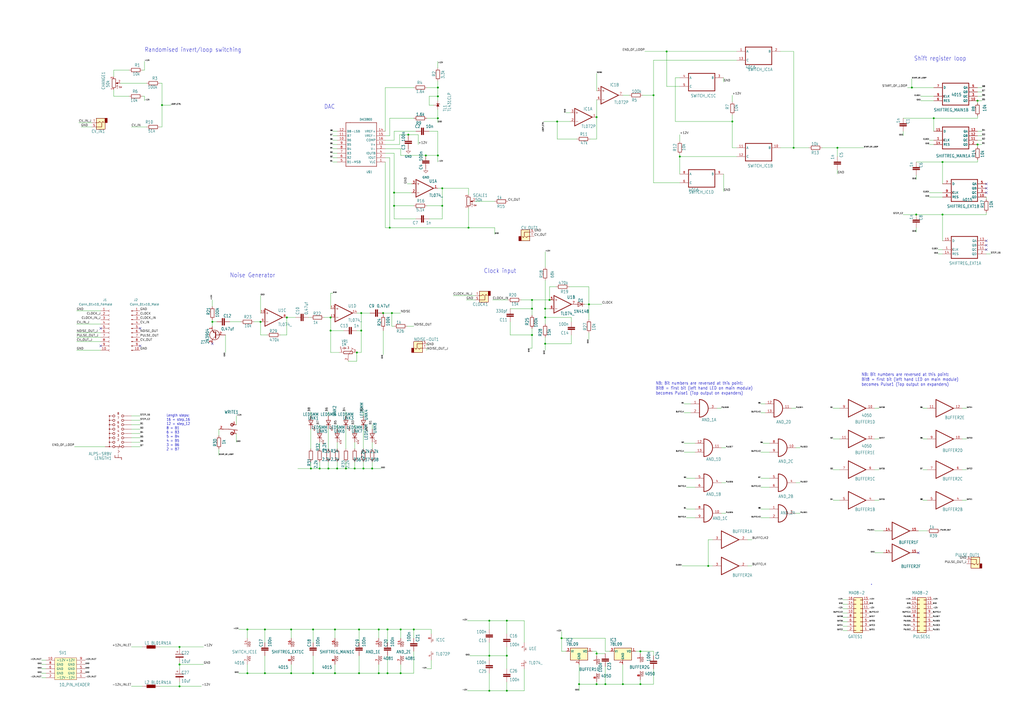
<source format=kicad_sch>
(kicad_sch (version 20211123) (generator eeschema)
  (paper "A2")
  (junction (at 410.845 328.295))
  (junction (at 379.095 55.245))
  (junction (at 485.775 85.725))
  (junction (at 294.005 400.685))
  (junction (at 195.58 271.78))
  (junction (at 224.79 365.125))
  (junction (at 190.5 271.78))
  (junction (at 166.37 184.15))
  (junction (at 531.495 124.46))
  (junction (at 143.51 390.525))
  (junction (at 207.01 204.47))
  (junction (at 219.71 390.525))
  (junction (at 180.34 271.78))
  (junction (at 104.14 375.285))
  (junction (at 371.475 377.825))
  (junction (at 200.66 271.78))
  (junction (at 224.79 390.525))
  (junction (at 386.715 29.845))
  (junction (at 283.845 400.685))
  (junction (at 316.23 199.39))
  (junction (at 283.845 360.045))
  (junction (at 215.9 271.78))
  (junction (at 567.055 83.82))
  (junction (at 168.91 365.125))
  (junction (at 104.14 398.145))
  (junction (at 181.61 390.525))
  (junction (at 104.14 385.445))
  (junction (at 247.015 90.17))
  (junction (at 254 50.8))
  (junction (at 194.31 390.525))
  (junction (at 341.63 176.53))
  (junction (at 219.71 365.125))
  (junction (at 191.77 191.77))
  (junction (at 283.845 380.365))
  (junction (at 346.075 379.095))
  (junction (at 168.91 390.525))
  (junction (at 308.61 179.07))
  (junction (at 232.41 365.125))
  (junction (at 316.23 184.15))
  (junction (at 351.155 396.875))
  (junction (at 153.67 365.125))
  (junction (at 210.82 271.78))
  (junction (at 209.55 181.61))
  (junction (at 371.475 396.875))
  (junction (at 394.335 90.805))
  (junction (at 294.005 360.045))
  (junction (at 271.78 132.08))
  (junction (at 181.61 365.125))
  (junction (at 93.98 60.96))
  (junction (at 254 90.17))
  (junction (at 346.075 67.945))
  (junction (at 254 55.88))
  (junction (at 240.03 365.125))
  (junction (at 335.915 396.875))
  (junction (at 316.23 179.07))
  (junction (at 232.41 390.525))
  (junction (at 236.855 78.105))
  (junction (at 346.075 396.875))
  (junction (at 191.77 184.15))
  (junction (at 228.6 119.38))
  (junction (at 194.31 365.125))
  (junction (at 209.55 191.77))
  (junction (at 546.735 124.46))
  (junction (at 567.055 58.42))
  (junction (at 308.61 194.31))
  (junction (at 151.13 186.69))
  (junction (at 254 68.58))
  (junction (at 361.315 396.875))
  (junction (at 256.54 119.38))
  (junction (at 318.77 173.99))
  (junction (at 208.28 390.525))
  (junction (at 256.54 109.22))
  (junction (at 227.33 181.61))
  (junction (at 205.74 271.78))
  (junction (at 222.25 181.61))
  (junction (at 153.67 390.525))
  (junction (at 185.42 271.78))
  (junction (at 143.51 365.125))
  (junction (at 123.19 186.69))
  (junction (at 528.955 50.8))
  (junction (at 308.61 173.99))
  (junction (at 325.755 370.205))
  (junction (at 208.28 365.125))
  (junction (at 460.375 85.725))
  (junction (at 424.815 70.485))
  (junction (at 226.06 132.08))
  (junction (at 228.6 111.76))
  (junction (at 294.005 380.365))
  (junction (at 546.735 93.98))
  (junction (at 323.215 70.485))
  (junction (at 541.655 68.58))
  (no_connect (at 572.135 111.76))
  (no_connect (at 572.135 106.68))
  (no_connect (at 572.135 109.22))
  (no_connect (at 532.765 320.675))
  (no_connect (at 123.19 199.39))
  (no_connect (at 572.135 139.7))
  (no_connect (at 572.135 142.24))
  (no_connect (at 572.135 144.78))
  (no_connect (at 81.28 190.5))
  (no_connect (at 81.28 200.66))
  (no_connect (at 58.42 200.66))
  (no_connect (at 58.42 190.5))
  (wire (pts (xy 236.855 78.74) (xy 236.855 78.105)))
  (wire (pts (xy 222.25 181.61) (xy 227.33 181.61)))
  (wire (pts (xy 531.495 124.46) (xy 546.735 124.46)))
  (wire (pts (xy 567.055 93.98) (xy 546.735 93.98)))
  (wire (pts (xy 137.16 241.3) (xy 137.16 246.38)))
  (wire (pts (xy 361.315 396.875) (xy 361.315 385.445)))
  (wire (pts (xy 325.755 377.825) (xy 328.295 377.825)))
  (wire (pts (xy 81.28 254) (xy 76.2 254)))
  (wire (pts (xy 81.28 243.84) (xy 76.2 243.84)))
  (wire (pts (xy 330.2 166.37) (xy 341.63 166.37)))
  (wire (pts (xy 81.28 259.08) (xy 76.2 259.08)))
  (wire (pts (xy 195.58 267.97) (xy 195.58 271.78)))
  (wire (pts (xy 181.61 365.125) (xy 194.31 365.125)))
  (wire (pts (xy 248.92 76.2) (xy 254 76.2)))
  (wire (pts (xy 294.005 395.605) (xy 294.005 400.685)))
  (wire (pts (xy 308.61 179.07) (xy 295.91 179.07)))
  (wire (pts (xy 187.96 184.15) (xy 191.77 184.15)))
  (wire (pts (xy 209.55 191.77) (xy 209.55 204.47)))
  (wire (pts (xy 509.905 290.195) (xy 507.365 290.195)))
  (wire (pts (xy 236.22 189.23) (xy 240.03 189.23)))
  (wire (pts (xy 528.955 50.8) (xy 541.655 50.8)))
  (wire (pts (xy 485.775 90.805) (xy 485.775 85.725)))
  (wire (pts (xy 509.905 254.635) (xy 507.365 254.635)))
  (wire (pts (xy 572.135 114.3) (xy 572.135 115.57)))
  (wire (pts (xy 151.13 171.45) (xy 151.13 181.61)))
  (wire (pts (xy 44.45 198.12) (xy 58.42 198.12)))
  (wire (pts (xy 396.875 239.395) (xy 400.685 239.395)))
  (wire (pts (xy 247.65 199.39) (xy 247.65 200.66)))
  (wire (pts (xy 371.475 377.825) (xy 379.095 377.825)))
  (wire (pts (xy 307.34 201.93) (xy 308.61 201.93)))
  (wire (pts (xy 386.715 29.845) (xy 427.355 29.845)))
  (wire (pts (xy 226.06 78.74) (xy 223.52 78.74)))
  (wire (pts (xy 436.245 313.055) (xy 433.705 313.055)))
  (wire (pts (xy 285.75 173.99) (xy 294.64 173.99)))
  (wire (pts (xy 270.51 173.99) (xy 275.59 173.99)))
  (wire (pts (xy 342.265 80.645) (xy 346.075 80.645)))
  (wire (pts (xy 168.91 370.205) (xy 168.91 365.125)))
  (wire (pts (xy 190.5 248.92) (xy 190.5 260.35)))
  (wire (pts (xy 441.325 282.575) (xy 446.405 282.575)))
  (wire (pts (xy 83.82 58.42) (xy 83.82 55.88)))
  (wire (pts (xy 193.04 81.28) (xy 195.58 81.28)))
  (wire (pts (xy 523.875 68.58) (xy 541.655 68.58)))
  (wire (pts (xy 507.365 236.855) (xy 509.905 236.855)))
  (wire (pts (xy 346.075 379.095) (xy 346.075 377.825)))
  (wire (pts (xy 210.82 271.78) (xy 205.74 271.78)))
  (wire (pts (xy 523.875 76.2) (xy 523.875 78.74)))
  (wire (pts (xy 283.845 360.045) (xy 294.005 360.045)))
  (wire (pts (xy 223.52 132.08) (xy 226.06 132.08)))
  (wire (pts (xy 210.82 248.92) (xy 210.82 260.35)))
  (wire (pts (xy 45.72 71.12) (xy 53.34 71.12)))
  (wire (pts (xy 567.055 58.42) (xy 567.055 59.69)))
  (wire (pts (xy 227.33 189.23) (xy 228.6 189.23)))
  (wire (pts (xy 205.74 267.97) (xy 205.74 271.78)))
  (wire (pts (xy 76.2 375.285) (xy 82.55 375.285)))
  (wire (pts (xy 346.075 67.945) (xy 346.075 57.785)))
  (wire (pts (xy 509.905 272.415) (xy 507.365 272.415)))
  (wire (pts (xy 361.315 55.245) (xy 365.125 55.245)))
  (wire (pts (xy 539.115 81.28) (xy 541.655 81.28)))
  (wire (pts (xy 346.075 396.875) (xy 335.915 396.875)))
  (wire (pts (xy 316.23 199.39) (xy 316.23 203.2)))
  (wire (pts (xy 227.33 181.61) (xy 232.41 181.61)))
  (wire (pts (xy 323.215 80.645) (xy 334.645 80.645)))
  (wire (pts (xy 250.19 382.905) (xy 250.19 387.985)))
  (wire (pts (xy 219.71 365.125) (xy 224.79 365.125)))
  (wire (pts (xy 195.58 246.38) (xy 195.58 248.92)))
  (wire (pts (xy 398.145 282.575) (xy 403.225 282.575)))
  (wire (pts (xy 316.23 162.56) (xy 316.23 179.07)))
  (wire (pts (xy 180.34 267.97) (xy 180.34 271.78)))
  (wire (pts (xy 316.23 199.39) (xy 331.47 199.39)))
  (wire (pts (xy 544.195 144.78) (xy 546.735 144.78)))
  (wire (pts (xy 544.195 147.32) (xy 546.735 147.32)))
  (wire (pts (xy 247.65 201.93) (xy 247.65 203.2)))
  (wire (pts (xy 331.47 184.15) (xy 331.47 186.69)))
  (wire (pts (xy 294.005 367.665) (xy 294.005 360.045)))
  (wire (pts (xy 190.5 271.78) (xy 185.42 271.78)))
  (wire (pts (xy 546.735 93.98) (xy 531.495 93.98)))
  (wire (pts (xy 195.58 271.78) (xy 190.5 271.78)))
  (wire (pts (xy 271.145 400.685) (xy 283.845 400.685)))
  (wire (pts (xy 224.79 372.745) (xy 224.79 365.125)))
  (wire (pts (xy 143.51 390.525) (xy 153.67 390.525)))
  (wire (pts (xy 191.77 184.15) (xy 191.77 191.77)))
  (wire (pts (xy 194.31 390.525) (xy 208.28 390.525)))
  (wire (pts (xy 153.67 390.525) (xy 168.91 390.525)))
  (wire (pts (xy 567.055 83.82) (xy 567.055 85.09)))
  (wire (pts (xy 452.755 29.845) (xy 460.375 29.845)))
  (wire (pts (xy 379.095 377.825) (xy 379.095 380.365)))
  (wire (pts (xy 179.07 184.15) (xy 180.34 184.15)))
  (wire (pts (xy 419.735 47.625) (xy 419.735 45.085)))
  (wire (pts (xy 488.95 355.6) (xy 491.49 355.6)))
  (wire (pts (xy 104.14 395.605) (xy 104.14 398.145)))
  (wire (pts (xy 308.61 190.5) (xy 308.61 194.31)))
  (wire (pts (xy 316.23 184.15) (xy 316.23 187.96)))
  (wire (pts (xy 147.32 186.69) (xy 151.13 186.69)))
  (wire (pts (xy 208.28 372.745) (xy 208.28 365.125)))
  (wire (pts (xy 66.04 52.07) (xy 66.04 55.88)))
  (wire (pts (xy 452.755 85.725) (xy 460.375 85.725)))
  (wire (pts (xy 104.14 387.985) (xy 104.14 385.445)))
  (wire (pts (xy 66.04 40.64) (xy 74.93 40.64)))
  (wire (pts (xy 528.955 50.8) (xy 528.955 45.72)))
  (wire (pts (xy 424.815 66.675) (xy 424.815 70.485)))
  (wire (pts (xy 427.355 34.925) (xy 379.095 34.925)))
  (wire (pts (xy 398.145 277.495) (xy 403.225 277.495)))
  (wire (pts (xy 361.315 396.875) (xy 351.155 396.875)))
  (wire (pts (xy 226.06 91.44) (xy 226.06 132.08)))
  (wire (pts (xy 193.04 78.74) (xy 195.58 78.74)))
  (wire (pts (xy 442.595 257.175) (xy 446.405 257.175)))
  (wire (pts (xy 254 55.88) (xy 254 50.8)))
  (wire (pts (xy 507.365 307.975) (xy 512.445 307.975)))
  (wire (pts (xy 24.13 390.525) (xy 26.67 390.525)))
  (wire (pts (xy 153.67 372.745) (xy 153.67 365.125)))
  (wire (pts (xy 43.18 259.08) (xy 60.96 259.08)))
  (wire (pts (xy 394.335 45.085) (xy 391.795 45.085)))
  (wire (pts (xy 191.77 170.18) (xy 191.77 179.07)))
  (wire (pts (xy 316.23 146.05) (xy 316.23 154.94)))
  (wire (pts (xy 200.66 248.92) (xy 200.66 260.35)))
  (wire (pts (xy 410.845 313.055) (xy 413.385 313.055)))
  (wire (pts (xy 118.11 375.285) (xy 104.14 375.285)))
  (wire (pts (xy 219.71 385.445) (xy 219.71 390.525)))
  (wire (pts (xy 223.52 50.8) (xy 240.03 50.8)))
  (wire (pts (xy 251.46 60.96) (xy 248.92 60.96)))
  (wire (pts (xy 539.115 111.76) (xy 546.735 111.76)))
  (wire (pts (xy 441.325 300.355) (xy 446.405 300.355)))
  (wire (pts (xy 254 90.17) (xy 254 93.98)))
  (wire (pts (xy 295.91 186.69) (xy 295.91 194.31)))
  (wire (pts (xy 200.66 267.97) (xy 200.66 271.78)))
  (wire (pts (xy 215.9 256.54) (xy 215.9 260.35)))
  (wire (pts (xy 421.005 297.815) (xy 418.465 297.815)))
  (wire (pts (xy 464.185 259.715) (xy 461.645 259.715)))
  (wire (pts (xy 283.845 380.365) (xy 294.005 380.365)))
  (wire (pts (xy 123.19 173.99) (xy 123.19 177.8)))
  (wire (pts (xy 308.61 179.07) (xy 308.61 182.88)))
  (wire (pts (xy 104.14 385.445) (xy 118.11 385.445)))
  (wire (pts (xy 283.845 365.125) (xy 283.845 360.045)))
  (wire (pts (xy 92.71 48.26) (xy 93.98 48.26)))
  (wire (pts (xy 242.57 83.82) (xy 242.57 78.105)))
  (wire (pts (xy 240.03 377.825) (xy 240.03 390.525)))
  (wire (pts (xy 194.31 365.125) (xy 208.28 365.125)))
  (wire (pts (xy 546.735 93.98) (xy 546.735 106.68)))
  (wire (pts (xy 341.63 166.37) (xy 341.63 176.53)))
  (wire (pts (xy 461.645 236.855) (xy 459.105 236.855)))
  (wire (pts (xy 223.52 91.44) (xy 226.06 91.44)))
  (wire (pts (xy 66.04 40.64) (xy 66.04 44.45)))
  (wire (pts (xy 569.595 55.88) (xy 567.055 55.88)))
  (wire (pts (xy 208.28 365.125) (xy 219.71 365.125)))
  (wire (pts (xy 205.74 256.54) (xy 205.74 260.35)))
  (wire (pts (xy 223.52 86.36) (xy 232.41 86.36)))
  (wire (pts (xy 351.155 370.205) (xy 351.155 377.825)))
  (wire (pts (xy 531.495 104.14) (xy 531.495 101.6)))
  (wire (pts (xy 81.28 256.54) (xy 76.2 256.54)))
  (wire (pts (xy 485.775 85.725) (xy 501.015 85.725)))
  (wire (pts (xy 294.005 400.685) (xy 304.165 400.685)))
  (wire (pts (xy 226.06 68.58) (xy 226.06 78.74)))
  (wire (pts (xy 153.67 380.365) (xy 153.67 390.525)))
  (wire (pts (xy 242.57 78.105) (xy 236.855 78.105)))
  (wire (pts (xy 231.775 83.82) (xy 231.775 78.105)))
  (wire (pts (xy 567.055 92.71) (xy 567.055 93.98)))
  (wire (pts (xy 372.745 55.245) (xy 379.095 55.245)))
  (wire (pts (xy 488.95 347.98) (xy 491.49 347.98)))
  (wire (pts (xy 219.71 390.525) (xy 224.79 390.525)))
  (wire (pts (xy 254 63.5) (xy 254 68.58)))
  (wire (pts (xy 162.56 194.31) (xy 166.37 194.31)))
  (wire (pts (xy 271.78 132.08) (xy 287.02 132.08)))
  (wire (pts (xy 195.58 256.54) (xy 195.58 260.35)))
  (wire (pts (xy 232.41 86.36) (xy 232.41 90.17)))
  (wire (pts (xy 488.95 360.68) (xy 491.49 360.68)))
  (wire (pts (xy 254 71.12) (xy 254 68.58)))
  (wire (pts (xy 104.14 376.555) (xy 104.14 375.285)))
  (wire (pts (xy 316.23 195.58) (xy 316.23 199.39)))
  (wire (pts (xy 223.52 50.8) (xy 223.52 76.2)))
  (wire (pts (xy 534.035 55.88) (xy 541.655 55.88)))
  (wire (pts (xy 231.775 78.105) (xy 236.855 78.105)))
  (wire (pts (xy 168.91 365.125) (xy 181.61 365.125)))
  (wire (pts (xy 328.295 65.405) (xy 330.835 65.405)))
  (wire (pts (xy 254 35.56) (xy 254 39.37)))
  (wire (pts (xy 531.495 132.08) (xy 531.495 134.62)))
  (wire (pts (xy 127 248.92) (xy 127 252.73)))
  (wire (pts (xy 485.775 100.965) (xy 485.775 98.425)))
  (wire (pts (xy 539.115 114.3) (xy 546.735 114.3)))
  (wire (pts (xy 254 46.99) (xy 254 50.8)))
  (wire (pts (xy 66.04 55.88) (xy 74.93 55.88)))
  (wire (pts (xy 546.735 124.46) (xy 546.735 139.7)))
  (wire (pts (xy 441.325 234.315) (xy 443.865 234.315)))
  (wire (pts (xy 219.71 370.205) (xy 219.71 365.125)))
  (wire (pts (xy 488.95 358.14) (xy 491.49 358.14)))
  (wire (pts (xy 346.075 396.875) (xy 346.075 395.605)))
  (wire (pts (xy 379.095 387.985) (xy 379.095 396.875)))
  (wire (pts (xy 199.39 191.77) (xy 191.77 191.77)))
  (wire (pts (xy 271.78 109.22) (xy 271.78 113.03)))
  (wire (pts (xy 224.79 380.365) (xy 224.79 390.525)))
  (wire (pts (xy 441.325 262.255) (xy 446.405 262.255)))
  (wire (pts (xy 316.23 179.07) (xy 316.23 184.15)))
  (wire (pts (xy 483.235 290.195) (xy 487.045 290.195)))
  (wire (pts (xy 539.115 83.82) (xy 541.655 83.82)))
  (wire (pts (xy 208.28 380.365) (xy 208.28 390.525)))
  (wire (pts (xy 535.305 290.195) (xy 537.845 290.195)))
  (wire (pts (xy 567.055 68.58) (xy 541.655 68.58)))
  (wire (pts (xy 374.015 29.845) (xy 386.715 29.845)))
  (wire (pts (xy 241.3 127) (xy 228.6 127)))
  (wire (pts (xy 424.815 55.245) (xy 424.815 59.055)))
  (wire (pts (xy 424.815 85.725) (xy 427.355 85.725)))
  (wire (pts (xy 205.74 246.38) (xy 205.74 248.92)))
  (wire (pts (xy 215.9 271.78) (xy 210.82 271.78)))
  (wire (pts (xy 171.45 184.15) (xy 166.37 184.15)))
  (wire (pts (xy 386.715 50.165) (xy 386.715 29.845)))
  (wire (pts (xy 316.23 184.15) (xy 331.47 184.15)))
  (wire (pts (xy 318.77 179.07) (xy 316.23 179.07)))
  (wire (pts (xy 476.885 85.725) (xy 485.775 85.725)))
  (wire (pts (xy 294.005 387.985) (xy 294.005 380.365)))
  (wire (pts (xy 535.305 254.635) (xy 537.845 254.635)))
  (wire (pts (xy 181.61 380.365) (xy 181.61 390.525)))
  (wire (pts (xy 248.92 55.88) (xy 254 55.88)))
  (wire (pts (xy 104.14 385.445) (xy 104.14 384.175)))
  (wire (pts (xy 346.075 80.645) (xy 346.075 67.945)))
  (wire (pts (xy 193.04 91.44) (xy 195.58 91.44)))
  (wire (pts (xy 396.875 257.175) (xy 403.225 257.175)))
  (wire (pts (xy 379.095 106.045) (xy 394.335 106.045)))
  (wire (pts (xy 228.6 88.9) (xy 228.6 111.76)))
  (wire (pts (xy 574.675 147.32) (xy 572.135 147.32)))
  (wire (pts (xy 256.54 109.22) (xy 271.78 109.22)))
  (wire (pts (xy 394.335 89.535) (xy 394.335 90.805)))
  (wire (pts (xy 232.41 90.17) (xy 247.015 90.17)))
  (wire (pts (xy 254 109.22) (xy 256.54 109.22)))
  (wire (pts (xy 488.95 363.22) (xy 491.49 363.22)))
  (wire (pts (xy 223.52 81.28) (xy 228.6 81.28)))
  (wire (pts (xy 226.06 68.58) (xy 240.03 68.58)))
  (wire (pts (xy 209.55 181.61) (xy 209.55 191.77)))
  (wire (pts (xy 272.415 380.365) (xy 283.845 380.365)))
  (wire (pts (xy 391.795 45.085) (xy 391.795 70.485)))
  (wire (pts (xy 526.415 50.8) (xy 528.955 50.8)))
  (wire (pts (xy 488.95 350.52) (xy 491.49 350.52)))
  (wire (pts (xy 379.095 396.875) (xy 371.475 396.875)))
  (wire (pts (xy 488.95 365.76) (xy 491.49 365.76)))
  (wire (pts (xy 201.93 209.55) (xy 207.01 209.55)))
  (wire (pts (xy 283.845 372.745) (xy 283.845 380.365)))
  (wire (pts (xy 228.6 111.76) (xy 228.6 119.38)))
  (wire (pts (xy 560.705 290.195) (xy 558.165 290.195)))
  (wire (pts (xy 483.235 236.855) (xy 487.045 236.855)))
  (wire (pts (xy 228.6 81.28) (xy 228.6 76.2)))
  (wire (pts (xy 44.45 180.34) (xy 58.42 180.34)))
  (wire (pts (xy 181.61 390.525) (xy 194.31 390.525)))
  (wire (pts (xy 240.03 390.525) (xy 232.41 390.525)))
  (wire (pts (xy 194.31 385.445) (xy 194.31 390.525)))
  (wire (pts (xy 325.755 366.395) (xy 325.755 370.205)))
  (wire (pts (xy 223.52 93.98) (xy 223.52 132.08)))
  (wire (pts (xy 82.55 55.88) (xy 83.82 55.88)))
  (wire (pts (xy 44.45 193.04) (xy 58.42 193.04)))
  (wire (pts (xy 222.25 205.74) (xy 222.25 191.77)))
  (wire (pts (xy 123.19 189.23) (xy 123.19 186.69)))
  (wire (pts (xy 44.45 195.58) (xy 58.42 195.58)))
  (wire (pts (xy 93.98 60.96) (xy 93.98 73.66)))
  (wire (pts (xy 209.55 181.61) (xy 207.01 181.61)))
  (wire (pts (xy 567.055 67.31) (xy 567.055 68.58)))
  (wire (pts (xy 410.845 328.295) (xy 413.385 328.295)))
  (wire (pts (xy 133.35 186.69) (xy 139.7 186.69)))
  (wire (pts (xy 302.26 173.99) (xy 308.61 173.99)))
  (wire (pts (xy 308.61 173.99) (xy 318.77 173.99)))
  (wire (pts (xy 81.28 246.38) (xy 76.2 246.38)))
  (wire (pts (xy 421.005 280.035) (xy 418.465 280.035)))
  (wire (pts (xy 46.99 73.66) (xy 53.34 73.66)))
  (wire (pts (xy 339.09 176.53) (xy 341.63 176.53)))
  (wire (pts (xy 560.705 254.635) (xy 558.165 254.635)))
  (wire (pts (xy 318.77 166.37) (xy 318.77 173.99)))
  (wire (pts (xy 441.325 239.395) (xy 443.865 239.395)))
  (wire (pts (xy 143.51 365.125) (xy 153.67 365.125)))
  (wire (pts (xy 271.78 120.65) (xy 271.78 132.08)))
  (wire (pts (xy 138.43 390.525) (xy 143.51 390.525)))
  (wire (pts (xy 223.52 83.82) (xy 231.775 83.82)))
  (wire (pts (xy 569.595 78.74) (xy 567.055 78.74)))
  (wire (pts (xy 193.04 83.82) (xy 195.58 83.82)))
  (wire (pts (xy 210.82 238.76) (xy 210.82 241.3)))
  (wire (pts (xy 335.915 396.875) (xy 335.915 385.445)))
  (wire (pts (xy 341.63 176.53) (xy 349.25 176.53)))
  (wire (pts (xy 421.005 259.715) (xy 418.465 259.715)))
  (wire (pts (xy 394.335 90.805) (xy 427.355 90.805)))
  (wire (pts (xy 44.45 187.96) (xy 58.42 187.96)))
  (wire (pts (xy 569.595 81.28) (xy 567.055 81.28)))
  (wire (pts (xy 190.5 267.97) (xy 190.5 271.78)))
  (wire (pts (xy 323.215 70.485) (xy 323.215 80.645)))
  (wire (pts (xy 488.95 353.06) (xy 491.49 353.06)))
  (wire (pts (xy 371.475 394.335) (xy 371.475 396.875)))
  (wire (pts (xy 248.92 127) (xy 256.54 127)))
  (wire (pts (xy 410.845 328.295) (xy 410.845 313.055)))
  (wire (pts (xy 569.595 50.8) (xy 567.055 50.8)))
  (wire (pts (xy 200.66 271.78) (xy 195.58 271.78)))
  (wire (pts (xy 207.01 209.55) (xy 207.01 204.47)))
  (wire (pts (xy 81.28 248.92) (xy 76.2 248.92)))
  (wire (pts (xy 185.42 271.78) (xy 180.34 271.78)))
  (wire (pts (xy 325.755 370.205) (xy 325.755 377.825)))
  (wire (pts (xy 569.595 76.2) (xy 567.055 76.2)))
  (wire (pts (xy 226.06 132.08) (xy 271.78 132.08)))
  (wire (pts (xy 137.16 251.46) (xy 137.16 256.54)))
  (wire (pts (xy 240.03 365.125) (xy 232.41 365.125)))
  (wire (pts (xy 228.6 127) (xy 228.6 119.38)))
  (wire (pts (xy 228.6 119.38) (xy 240.03 119.38)))
  (wire (pts (xy 207.01 191.77) (xy 209.55 191.77)))
  (wire (pts (xy 123.19 185.42) (xy 123.19 186.69)))
  (wire (pts (xy 143.51 390.525) (xy 143.51 385.445)))
  (wire (pts (xy 294.005 360.045) (xy 304.165 360.045)))
  (wire (pts (xy 368.935 377.825) (xy 371.475 377.825)))
  (wire (pts (xy 138.43 365.125) (xy 143.51 365.125)))
  (wire (pts (xy 151.13 186.69) (xy 151.13 194.31)))
  (wire (pts (xy 208.28 390.525) (xy 219.71 390.525)))
  (wire (pts (xy 394.335 90.805) (xy 394.335 100.965)))
  (wire (pts (xy 196.85 204.47) (xy 191.77 204.47)))
  (wire (pts (xy 394.335 78.105) (xy 394.335 81.915)))
  (wire (pts (xy 44.45 203.2) (xy 58.42 203.2)))
  (wire (pts (xy 256.54 127) (xy 256.54 119.38)))
  (wire (pts (xy 441.325 277.495) (xy 446.405 277.495)))
  (wire (pts (xy 224.79 390.525) (xy 232.41 390.525)))
  (wire (pts (xy 287.02 132.08) (xy 287.02 135.89)))
  (wire (pts (xy 394.335 50.165) (xy 386.715 50.165)))
  (wire (pts (xy 441.325 295.275) (xy 446.405 295.275)))
  (wire (pts (xy 323.215 70.485) (xy 315.595 70.485)))
  (wire (pts (xy 460.375 29.845) (xy 460.375 85.725)))
  (wire (pts (xy 214.63 181.61) (xy 209.55 181.61)))
  (wire (pts (xy 483.235 254.635) (xy 487.045 254.635)))
  (wire (pts (xy 93.98 60.96) (xy 99.06 60.96)))
  (wire (pts (xy 125.73 186.69) (xy 123.19 186.69)))
  (wire (pts (xy 232.41 370.205) (xy 232.41 365.125)))
  (wire (pts (xy 343.535 377.825) (xy 346.075 377.825)))
  (wire (pts (xy 256.54 109.22) (xy 256.54 119.38)))
  (wire (pts (xy 535.305 272.415) (xy 537.845 272.415)))
  (wire (pts (xy 130.81 204.47) (xy 130.81 194.31)))
  (wire (pts (xy 205.74 271.78) (xy 200.66 271.78)))
  (wire (pts (xy 483.235 272.415) (xy 487.045 272.415)))
  (wire (pts (xy 181.61 372.745) (xy 181.61 365.125)))
  (wire (pts (xy 262.89 171.45) (xy 275.59 171.45)))
  (wire (pts (xy 569.595 83.82) (xy 567.055 83.82)))
  (wire (pts (xy 379.095 34.925) (xy 379.095 55.245)))
  (wire (pts (xy 436.245 328.295) (xy 433.705 328.295)))
  (wire (pts (xy 398.145 300.355) (xy 403.225 300.355)))
  (wire (pts (xy 541.655 68.58) (xy 541.655 76.2)))
  (wire (pts (xy 228.6 76.2) (xy 241.3 76.2)))
  (wire (pts (xy 351.155 370.205) (xy 325.755 370.205)))
  (wire (pts (xy 82.55 40.64) (xy 83.82 40.64)))
  (wire (pts (xy 210.82 267.97) (xy 210.82 271.78)))
  (wire (pts (xy 560.705 236.855) (xy 558.165 236.855)))
  (wire (pts (xy 464.185 297.815) (xy 461.645 297.815)))
  (wire (pts (xy 224.79 365.125) (xy 232.41 365.125)))
  (wire (pts (xy 395.605 328.295) (xy 410.845 328.295)))
  (wire (pts (xy 116.84 398.145) (xy 104.14 398.145)))
  (wire (pts (xy 351.155 396.875) (xy 346.075 396.875)))
  (wire (pts (xy 24.13 382.905) (xy 26.67 382.905)))
  (wire (pts (xy 247.65 119.38) (xy 256.54 119.38)))
  (wire (pts (xy 180.34 238.76) (xy 180.34 241.3)))
  (wire (pts (xy 93.98 48.26) (xy 93.98 60.96)))
  (wire (pts (xy 271.145 360.045) (xy 283.845 360.045)))
  (wire (pts (xy 308.61 179.07) (xy 308.61 173.99)))
  (wire (pts (xy 191.77 170.18) (xy 193.04 170.18)))
  (wire (pts (xy 81.28 251.46) (xy 76.2 251.46)))
  (wire (pts (xy 379.095 55.245) (xy 379.095 106.045)))
  (wire (pts (xy 275.59 116.84) (xy 287.02 116.84)))
  (wire (pts (xy 76.2 73.66) (xy 85.09 73.66)))
  (wire (pts (xy 254 76.2) (xy 254 90.17)))
  (wire (pts (xy 207.01 204.47) (xy 209.55 204.47)))
  (wire (pts (xy 81.28 241.3) (xy 76.2 241.3)))
  (wire (pts (xy 419.735 111.125) (xy 419.735 100.965)))
  (wire (pts (xy 185.42 267.97) (xy 185.42 271.78)))
  (wire (pts (xy 168.91 390.525) (xy 181.61 390.525)))
  (wire (pts (xy 193.04 86.36) (xy 195.58 86.36)))
  (wire (pts (xy 247.65 68.58) (xy 254 68.58)))
  (wire (pts (xy 254 58.42) (xy 254 55.88)))
  (wire (pts (xy 403.225 262.255) (xy 396.875 262.255)))
  (wire (pts (xy 294.005 375.285) (xy 294.005 380.365)))
  (wire (pts (xy 283.845 390.525) (xy 283.845 400.685)))
  (wire (pts (xy 523.875 124.46) (xy 531.495 124.46)))
  (wire (pts (xy 507.365 320.675) (xy 512.445 320.675)))
  (wire (pts (xy 193.04 76.2) (xy 195.58 76.2)))
  (wire (pts (xy 341.63 176.53) (xy 341.63 185.42)))
  (wire (pts (xy 304.165 372.745) (xy 304.165 360.045)))
  (wire (pts (xy 193.04 88.9) (xy 195.58 88.9)))
  (wire (pts (xy 83.82 35.56) (xy 83.82 40.64)))
  (wire (pts (xy 232.41 385.445) (xy 232.41 390.525)))
  (wire (pts (xy 220.98 271.78) (xy 215.9 271.78)))
  (wire (pts (xy 172.72 271.78) (xy 180.34 271.78)))
  (wire (pts (xy 464.185 280.035) (xy 461.645 280.035)))
  (wire (pts (xy 572.135 123.19) (xy 572.135 124.46)))
  (wire (pts (xy 346.075 379.095) (xy 351.155 379.095)))
  (wire (pts (xy 351.155 386.715) (xy 351.155 396.875)))
  (wire (pts (xy 92.71 73.66) (xy 93.98 73.66)))
  (wire (pts (xy 190.5 238.76) (xy 190.5 241.3)))
  (wire (pts (xy 341.63 193.04) (xy 341.63 196.85)))
  (wire (pts (xy 223.52 88.9) (xy 228.6 88.9)))
  (wire (pts (xy 331.47 199.39) (xy 331.47 194.31)))
  (wire (pts (xy 194.31 370.205) (xy 194.31 365.125)))
  (wire (pts (xy 569.595 58.42) (xy 567.055 58.42)))
  (wire (pts (xy 180.34 248.92) (xy 180.34 260.35)))
  (wire (pts (xy 240.03 365.125) (xy 250.19 365.125)))
  (wire (pts (xy 143.51 365.125) (xy 143.51 370.205)))
  (wire (pts (xy 346.075 380.365) (xy 346.075 379.095)))
  (wire (pts (xy 371.475 379.095) (xy 371.475 377.825)))
  (wire (pts (xy 396.875 234.315) (xy 400.685 234.315)))
  (wire (pts (xy 537.845 307.975) (xy 532.765 307.975)))
  (wire (pts (xy 69.85 48.26) (xy 85.09 48.26)))
  (wire (pts (xy 166.37 194.31) (xy 166.37 184.15)))
  (wire (pts (xy 572.135 124.46) (xy 546.735 124.46)))
  (wire (pts (xy 250.19 387.985) (xy 247.65 387.985)))
  (wire (pts (xy 185.42 246.38) (xy 185.42 248.92)))
  (wire (pts (xy 104.14 398.145) (xy 92.71 398.145)))
  (wire (pts (xy 346.075 42.545) (xy 346.075 52.705)))
  (wire (pts (xy 308.61 201.93) (xy 308.61 194.31)))
  (wire (pts (xy 318.77 166.37) (xy 322.58 166.37)))
  (wire (pts (xy 193.04 93.98) (xy 195.58 93.98)))
  (wire (pts (xy 560.705 272.415) (xy 558.165 272.415)))
  (wire (pts (xy 228.6 111.76) (xy 238.76 111.76)))
  (wire (pts (xy 424.815 70.485) (xy 424.815 85.725)))
  (wire (pts (xy 104.14 375.285) (xy 92.71 375.285)))
  (wire (pts (xy 215.9 246.38) (xy 215.9 248.92)))
  (wire (pts (xy 535.305 236.855) (xy 537.845 236.855)))
  (wire (pts (xy 240.03 370.205) (xy 240.03 365.125)))
  (wire (pts (xy 153.67 365.125) (xy 168.91 365.125)))
  (wire (pts (xy 391.795 70.485) (xy 424.815 70.485)))
  (wire (pts (xy 168.91 385.445) (xy 168.91 390.525)))
  (wire (pts (xy 541.655 58.42) (xy 534.035 58.42)))
  (wire (pts (xy 76.2 398.145) (xy 82.55 398.145)))
  (wire (pts (xy 227.33 189.23) (xy 227.33 181.61)))
  (wire (pts (xy 351.155 377.825) (xy 353.695 377.825)))
  (wire (pts (xy 247.65 50.8) (xy 254 50.8)))
  (wire (pts (xy 24.13 385.445) (xy 26.67 385.445)))
  (wire (pts (xy 335.915 400.685) (xy 335.915 396.875)))
  (wire (pts (xy 127 260.35) (xy 127 264.16)))
  (wire (pts (xy 330.835 70.485) (xy 323.215 70.485)))
  (wire (pts (xy 248.92 55.88) (xy 248.92 60.96)))
  (wire (pts (xy 250.19 367.665) (xy 250.19 365.125)))
  (wire (pts (xy 215.9 267.97) (xy 215.9 271.78)))
  (wire (pts (xy 371.475 396.875) (xy 361.315 396.875)))
  (wire (pts (xy 185.42 256.54) (xy 185.42 260.35)))
  (wire (pts (xy 24.13 393.065) (xy 26.67 393.065)))
  (wire (pts (xy 283.845 400.685) (xy 294.005 400.685)))
  (wire (pts (xy 191.77 191.77) (xy 191.77 204.47)))
  (wire (pts (xy 200.66 238.76) (xy 200.66 241.3)))
  (wire (pts (xy 236.22 106.68) (xy 238.76 106.68)))
  (wire (pts (xy 308.61 194.31) (xy 295.91 194.31)))
  (wire (pts (xy 283.845 382.905) (xy 283.845 380.365)))
  (wire (pts (xy 398.145 295.275) (xy 403.225 295.275)))
  (wire (pts (xy 460.375 85.725) (xy 469.265 85.725)))
  (wire (pts (xy 304.165 387.985) (xy 304.165 400.685)))
  (wire (pts (xy 247.015 90.17) (xy 254 90.17)))
  (wire (pts (xy 418.465 236.855) (xy 415.925 236.855)))
  (wire (pts (xy 151.13 194.31) (xy 154.94 194.31)))
  (wire (pts (xy 569.595 53.34) (xy 567.055 53.34)))
  (wire (pts (xy 24.13 387.985) (xy 26.67 387.985)))
  (text "Shift register loop" (at 530.225 35.56 180) (effects (font (size 2.54 2.159)) (justify left bottom)))
  (text "Length steps:\n16 = step_16\n12 = step_12\n8 = B1\n6 = B3\n5 = B4\n4 = B5\n3 = B6\n2 = B7" (at 96.52 261.62 0) (effects (font (size 1.524 1.2954)) (justify left bottom)))
  (text "Randomised invert/loop switching" (at 83.82 30.48 180) (effects (font (size 2.54 2.159)) (justify left bottom)))
  (text "/Users/aash/Dropbox/Electronics/~{MODULAR/design/logo} copy.bmp" (at 505.46 339.1027 0) (effects (font (size 0.005 0.005)) (justify left bottom)))
  (text "DAC" (at 187.96 63.5 180) (effects (font (size 2.54 2.159)) (justify left bottom)))
  (text "NB: Bit numbers are reversed at this point:\nBit8 = first bit (left hand LED on main module)\nbecomes Pulse1 (Top output on expanders)" (at 499.745 224.155 0) (effects (font (size 1.778 1.5113)) (justify left bottom)))
  (text "NB: Bit numbers are reversed at this point:\nBit8 = first bit (left hand LED on main module)\nbecomes Pulse1 (Top output on expanders)" (at 380.365 229.235 0) (effects (font (size 1.778 1.5113)) (justify left bottom)))
  (text "Clock input" (at 280.67 158.75 180) (effects (font (size 2.54 2.159)) (justify left bottom)))
  (text "Noise Generator" (at 133.35 161.29 180) (effects (font (size 2.54 2.159)) (justify left bottom)))
  (label "GATE5" (at 509.905 290.195 0) (effects (font (size 0.7112 0.7112))))
  (label "B5" (at 441.325 234.315 180) (effects (font (size 0.7112 0.7112))))
  (label "+12V" (at 394.335 78.105 0) (effects (font (size 1.2446 1.2446))))
  (label "GND" (at 81.28 180.34 0))
  (label "GATE1" (at 504.19 365.76 0) (effects (font (size 0.7112 0.7112))))
  (label "PULSE2" (at 464.185 280.035 0) (effects (font (size 0.7112 0.7112))))
  (label "GND" (at 247.65 200.66 0))
  (label "+12V" (at 325.755 366.395 180) (effects (font (size 0.7112 0.7112))))
  (label "GATE4" (at 488.95 363.22 180) (effects (font (size 0.7112 0.7112))))
  (label "GND" (at 46.99 73.66 0))
  (label "B1" (at 483.235 236.855 180) (effects (font (size 0.7112 0.7112))))
  (label "BUFFCLK" (at 528.32 355.6 180) (effects (font (size 0.7112 0.7112))))
  (label "GND" (at 507.365 320.675 180) (effects (font (size 0.7112 0.7112))))
  (label "NOISE_OUT" (at 81.28 193.04 0))
  (label "STEP_12" (at 81.28 243.84 0) (effects (font (size 0.889 0.889))))
  (label "PULSE8" (at 418.465 236.855 0) (effects (font (size 0.7112 0.7112))))
  (label "GND" (at 44.45 203.2 0))
  (label "GND" (at 534.035 58.42 180) (effects (font (size 0.7112 0.7112))))
  (label "GATE6" (at 509.905 272.415 0) (effects (font (size 0.7112 0.7112))))
  (label "+12V" (at 504.19 347.98 0) (effects (font (size 0.7112 0.7112))))
  (label "B1" (at 215.9 246.38 90) (effects (font (size 1.2446 1.2446))))
  (label "CLOCK_IN_J" (at 262.89 171.45 0))
  (label "PULSE6" (at 528.32 360.68 180) (effects (font (size 0.7112 0.7112))))
  (label "CLOCK" (at 81.28 182.88 0) (effects (font (size 1.2446 1.2446))))
  (label "GND" (at 151.13 171.45 0) (effects (font (size 0.7112 0.7112))))
  (label "GND" (at 419.735 111.125 0) (effects (font (size 1.2446 1.2446))))
  (label "NOISE" (at 232.41 181.61 0) (effects (font (size 1.2446 1.2446))))
  (label "B5" (at 535.305 236.855 180) (effects (font (size 0.7112 0.7112))))
  (label "+12V" (at 137.16 241.3 0) (effects (font (size 0.7112 0.7112))))
  (label "LOOP_CTRL" (at 99.06 60.96 0) (effects (font (size 0.7112 0.7112))))
  (label "GND" (at 193.04 170.18 0) (effects (font (size 0.7112 0.7112))))
  (label "B7" (at 185.42 246.38 90) (effects (font (size 1.2446 1.2446))))
  (label "CV_IN_J" (at 45.72 71.12 0))
  (label "BUFFCLK" (at 436.245 328.295 0) (effects (font (size 1.2446 1.2446))))
  (label "CLOCK" (at 534.035 55.88 180) (effects (font (size 0.7112 0.7112))))
  (label "GND" (at 541.02 350.52 0) (effects (font (size 0.7112 0.7112))))
  (label "GND" (at 138.43 390.525 180) (effects (font (size 0.7112 0.7112))))
  (label "CLOCK" (at 395.605 328.295 180) (effects (font (size 0.7112 0.7112))))
  (label "B5" (at 193.04 83.82 180) (effects (font (size 0.7112 0.7112))))
  (label "B8" (at 180.34 238.76 90) (effects (font (size 1.2446 1.2446))))
  (label "BUFFCLK" (at 541.02 355.6 0) (effects (font (size 0.7112 0.7112))))
  (label "-12V_INLET" (at 24.13 393.065 180) (effects (font (size 0.7112 0.7112))))
  (label "GND" (at 531.495 104.14 180) (effects (font (size 0.7112 0.7112))))
  (label "B4" (at 200.66 238.76 90) (effects (font (size 1.2446 1.2446))))
  (label "B6" (at 190.5 238.76 90) (effects (font (size 1.2446 1.2446))))
  (label "CLOCK_IN" (at 285.75 173.99 0))
  (label "CLOCK_IN" (at 81.28 185.42 0))
  (label "B8" (at 535.305 290.195 180) (effects (font (size 0.7112 0.7112))))
  (label "+12V" (at 528.32 347.98 180) (effects (font (size 0.7112 0.7112))))
  (label "GND" (at 130.81 204.47 270) (effects (font (size 0.7112 0.7112))))
  (label "CV_IN_J" (at 44.45 187.96 0))
  (label "GND" (at 488.95 350.52 180) (effects (font (size 0.7112 0.7112))))
  (label "GATE5" (at 504.19 360.68 0) (effects (font (size 0.7112 0.7112))))
  (label "-12V" (at 271.145 400.685 180) (effects (font (size 0.7112 0.7112))))
  (label "BUFFCLK2" (at 441.325 262.255 180) (effects (font (size 0.7112 0.7112))))
  (label "PULSE_OUT_J" (at 44.45 195.58 0))
  (label "NOISE_OUT_J" (at 247.65 203.2 0))
  (label "GATE3" (at 504.19 363.22 0) (effects (font (size 0.7112 0.7112))))
  (label "B1" (at 193.04 93.98 180) (effects (font (size 0.7112 0.7112))))
  (label "B3" (at 205.74 246.38 90) (effects (font (size 1.2446 1.2446))))
  (label "-12V" (at 83.82 58.42 0) (effects (font (size 0.7112 0.7112))))
  (label "+12V" (at 123.19 173.99 90) (effects (font (size 0.7112 0.7112))))
  (label "B4" (at 398.145 295.275 180) (effects (font (size 0.7112 0.7112))))
  (label "B7" (at 569.595 53.34 0) (effects (font (size 0.889 0.889))))
  (label "GND" (at 419.735 47.625 0) (effects (font (size 1.2446 1.2446))))
  (label "START_OF_LOOP" (at 501.015 85.725 0) (effects (font (size 0.7112 0.7112))))
  (label "CV_IN" (at 76.2 73.66 0))
  (label "GATE4" (at 560.705 236.855 0) (effects (font (size 0.7112 0.7112))))
  (label "PULSE1" (at 541.02 365.76 0) (effects (font (size 0.7112 0.7112))))
  (label "-12V" (at 528.32 353.06 180) (effects (font (size 0.7112 0.7112))))
  (label "B7" (at 535.305 272.415 180) (effects (font (size 0.7112 0.7112))))
  (label "GND" (at 309.88 134.62 0))
  (label "B4" (at 81.28 251.46 0) (effects (font (size 0.889 0.889))))
  (label "+12V" (at 138.43 365.125 180) (effects (font (size 0.7112 0.7112))))
  (label "B5" (at 81.28 254 0) (effects (font (size 0.889 0.889))))
  (label "GND" (at 504.19 350.52 0) (effects (font (size 0.7112 0.7112))))
  (label "PULSE1" (at 507.365 307.975 180) (effects (font (size 0.7112 0.7112))))
  (label "BUFFCLK2" (at 436.245 313.055 0) (effects (font (size 1.2446 1.2446))))
  (label "B1" (at 81.28 246.38 0) (effects (font (size 0.889 0.889))))
  (label "-12V_INLET" (at 76.2 398.145 180) (effects (font (size 1.2446 1.2446))))
  (label "-12V" (at 116.84 398.145 0) (effects (font (size 1.2446 1.2446))))
  (label "B6" (at 535.305 254.635 180) (effects (font (size 0.7112 0.7112))))
  (label "B3" (at 569.595 78.74 0) (effects (font (size 0.889 0.889))))
  (label "NOISE_OUT" (at 240.03 189.23 0))
  (label "+12V" (at 242.57 83.82 0))
  (label "CV_IN" (at 81.28 187.96 0))
  (label "GND" (at 272.415 380.365 180) (effects (font (size 0.7112 0.7112))))
  (label "BUFFCLK2" (at 504.19 355.6 0) (effects (font (size 0.7112 0.7112))))
  (label "B3" (at 81.28 248.92 0) (effects (font (size 0.889 0.889))))
  (label "B6" (at 81.28 256.54 0) (effects (font (size 0.889 0.889))))
  (label "STEP_16" (at 81.28 241.3 0) (effects (font (size 0.889 0.889))))
  (label "NOISE_OUT_J" (at 44.45 193.04 0))
  (label "CV_OUT" (at 81.28 198.12 0))
  (label "GND" (at 485.775 100.965 0) (effects (font (size 1.2446 1.2446))))
  (label "B5" (at 569.595 58.42 0) (effects (font (size 0.889 0.889))))
  (label "+12V_INLET" (at 24.13 382.905 180) (effects (font (size 0.7112 0.7112))))
  (label "+12V" (at 83.82 35.56 0) (effects (font (size 0.7112 0.7112))))
  (label "CV_OUT" (at 309.88 137.16 0))
  (label "GATE8" (at 488.95 358.14 180) (effects (font (size 0.7112 0.7112))))
  (label "B5" (at 195.58 246.38 90) (effects (font (size 1.2446 1.2446))))
  (label "B8" (at 193.04 76.2 180) (effects (font (size 0.7112 0.7112))))
  (label "NOISE" (at 346.075 42.545 0) (effects (font (size 0.7112 0.7112))))
  (label "GATE7" (at 504.19 358.14 0) (effects (font (size 0.7112 0.7112))))
  (label "START_OF_LOOP" (at 526.415 50.8 180) (effects (font (size 1.2446 1.2446))))
  (label "PULSE8" (at 528.32 358.14 180) (effects (font (size 0.7112 0.7112))))
  (label "BUFFCLK" (at 398.145 282.575 180) (effects (font (size 0.7112 0.7112))))
  (label "GND" (at 44.45 180.34 0))
  (label "GND" (at 24.13 390.525 180) (effects (font (size 0.7112 0.7112))))
  (label "GND" (at 544.195 147.32 180) (effects (font (size 0.7112 0.7112))))
  (label "B2" (at 210.82 238.76 90) (effects (font (size 1.2446 1.2446))))
  (label "GATE6" (at 488.95 360.68 180) (effects (font (size 0.7112 0.7112))))
  (label "-12V" (at 488.95 353.06 180) (effects (font (size 0.7112 0.7112))))
  (label "GND" (at 81.28 203.2 0))
  (label "GND" (at 335.915 400.685 180) (effects (font (size 0.7112 0.7112))))
  (label "BUFFCLK" (at 396.875 262.255 180) (effects (font (size 0.7112 0.7112))))
  (label "PULSE2" (at 528.32 365.76 180) (effects (font (size 0.7112 0.7112))))
  (label "+12V" (at 254 36.83 0) (effects (font (size 0.7112 0.7112))))
  (label "B1" (at 569.595 83.82 0) (effects (font (size 0.889 0.889))))
  (label "B2" (at 396.875 257.175 180) (effects (font (size 0.7112 0.7112))))
  (label "+12V" (at 541.02 347.98 0) (effects (font (size 0.7112 0.7112))))
  (label "GND" (at 254 71.12 0) (effects (font (size 0.7112 0.7112))))
  (label "GND" (at 539.115 114.3 180) (effects (font (size 0.7112 0.7112))))
  (label "GND" (at 539.115 83.82 180) (effects (font (size 0.7112 0.7112))))
  (label "GND" (at 220.98 271.78 0) (effects (font (size 0.7112 0.7112))))
  (label "START_OF_LOOP" (at 127 264.16 0) (effects (font (size 0.7112 0.7112))))
  (label "CLOCK_J" (at 58.42 182.88 180) (effects (font (size 1.2446 1.2446))))
  (label "GND" (at 523.875 78.74 180) (effects (font (size 0.7112 0.7112))))
  (label "PULSE_OUT" (at 545.465 307.975 0) (effects (font (size 0.7112 0.7112))))
  (label "PULSE_OUT_J" (at 560.705 327.025 180))
  (label "B4" (at 569.595 76.2 0) (effects (font (size 0.889 0.889))))
  (label "GND" (at 222.25 205.74 270) (effects (font (size 0.7112 0.7112))))
  (label "PULSE1" (at 464.185 297.815 0) (effects (font (size 0.7112 0.7112))))
  (label "CV_OUT" (at 294.64 116.84 0))
  (label "B3" (at 483.235 272.415 180) (effects (font (size 0.7112 0.7112))))
  (label "+12V" (at 424.815 55.245 0) (effects (font (size 1.2446 1.2446))))
  (label "GND" (at 49.53 390.525 0) (effects (font (size 0.7112 0.7112))))
  (label "BUFFCLK" (at 398.145 300.355 180) (effects (font (size 0.7112 0.7112))))
  (label "B4" (at 193.04 86.36 180) (effects (font (size 0.7112 0.7112))))
  (label "END_OF_LOOP" (at 43.18 259.08 180) (effects (font (size 1.2446 1.2446))))
  (label "BUFFCLK2" (at 441.325 282.575 180) (effects (font (size 0.7112 0.7112))))
  (label "GND" (at 24.13 387.985 180) (effects (font (size 0.7112 0.7112))))
  (label "GND" (at 49.53 385.445 0) (effects (font (size 0.7112 0.7112))))
  (label "B7" (at 81.28 259.08 0) (effects (font (size 0.889 0.889))))
  (label "PULSE7" (at 421.005 259.715 0) (effects (font (size 0.7112 0.7112))))
  (label "B3" (at 193.04 88.9 180) (effects (font (size 0.7112 0.7112))))
  (label "END_OF_LOOP" (at 374.015 29.845 180) (effects (font (size 1.2446 1.2446))))
  (label "B3" (at 398.145 277.495 180) (effects (font (size 0.7112 0.7112))))
  (label "GND" (at 137.16 256.54 0) (effects (font (size 0.7112 0.7112))))
  (label "GND" (at 531.495 134.62 180) (effects (font (size 0.7112 0.7112))))
  (label "GND" (at 341.63 196.85 270) (effects (font (size 0.7112 0.7112))))
  (label "GND" (at 236.22 106.68 90) (effects (font (size 1.2446 1.2446))))
  (label "B6" (at 193.04 81.28 180) (effects (font (size 0.7112 0.7112))))
  (label "B8" (at 569.595 50.8 0) (effects (font (size 0.889 0.889))))
  (label "+12V" (at 488.95 347.98 180) (effects (font (size 0.7112 0.7112))))
  (label "-12V" (at 254 93.98 0) (effects (font (size 0.7112 0.7112))))
  (label "STEP_12" (at 523.875 124.46 180) (effects (font (size 0.889 0.889))))
  (label "START_OF_LOOP" (at 528.955 45.72 0) (effects (font (size 0.7112 0.7112))))
  (label "+12V" (at 316.23 146.05 0) (effects (font (size 0.7112 0.7112))))
  (label "GND" (at 287.02 135.89 0) (effects (font (size 0.7112 0.7112))))
  (label "CLOCK" (at 544.195 144.78 180) (effects (font (size 0.7112 0.7112))))
  (label "PULSE_OUT" (at 81.28 195.58 0))
  (label "GND" (at 316.23 203.2 270) (effects (font (size 0.7112 0.7112))))
  (label "GATE2" (at 488.95 365.76 180) (effects (font (size 0.7112 0.7112))))
  (label "CV_OUT_J" (at 44.45 198.12 0))
  (label "GND" (at 118.11 385.445 0) (effects (font (size 1.2446 1.2446))))
  (label "PULSE5" (at 541.02 360.68 0) (effects (font (size 0.7112 0.7112))))
  (label "CLOCK" (at 539.115 81.28 180) (effects (font (size 0.7112 0.7112))))
  (label "CLOCK_IN_J" (at 58.42 185.42 180))
  (label "CLOCK" (at 539.115 111.76 180) (effects (font (size 0.7112 0.7112))))
  (label "STEP_16" (at 574.675 147.32 0) (effects (font (size 0.889 0.889))))
  (label "BUFFCLK2" (at 488.95 355.6 180) (effects (font (size 0.7112 0.7112))))
  (label "B1" (at 396.875 234.315 180) (effects (font (size 0.7112 0.7112))))
  (label "PULSE4" (at 461.645 236.855 0) (effects (font (size 0.7112 0.7112))))
  (label "GND" (at 49.53 387.985 0) (effects (font (size 0.7112 0.7112))))
  (label "B2" (at 483.235 254.635 180) (effects (font (size 0.7112 0.7112))))
  (label "GND" (at 307.34 201.93 270) (effects (font (size 0.7112 0.7112))))
  (label "+12V" (at 118.11 375.285 0) (effects (font (size 1.2446 1.2446))))
  (label "GATE1" (at 560.705 290.195 0) (effects (font (size 0.7112 0.7112))))
  (label "GATE2" (at 560.705 272.415 0) (effects (font (size 0.7112 0.7112))))
  (label "PULSE3" (at 541.02 363.22 0) (effects (font (size 0.7112 0.7112))))
  (label "B2" (at 569.595 81.28 0) (effects (font (size 0.889 0.889))))
  (label "-12V" (at 541.02 353.06 0) (effects (font (size 0.7112 0.7112))))
  (label "-12V" (at 504.19 353.06 0) (effects (font (size 0.7112 0.7112))))
  (label "GND" (at 560.705 324.485 180))
  (label "B7" (at 441.325 277.495 180) (effects (font (size 0.7112 0.7112))))
  (label "GATE3" (at 560.705 254.635 0) (effects (font (size 0.7112 0.7112))))
  (label "GND" (at 24.13 385.445 180) (effects (font (size 0.7112 0.7112))))
  (label "B6" (at 569.595 55.88 0) (effects (font (size 0.889 0.889))))
  (label "GND" (at 270.51 173.99 0))
  (label "B8" (at 441.325 295.275 180) (effects (font (size 0.7112 0.7112))))
  (label "B6" (at 442.595 257.175 180) (effects (font (size 0.7112 0.7112))))
  (label "-12V_INLET" (at 49.53 393.065 0) (effects (font (size 0.7112 0.7112))))
  (label "PULSE4" (at 528.32 363.22 180) (effects (font (size 0.7112 0.7112))))
  (label "GND" (at 528.32 350.52 180) (effects (font (size 0.7112 0.7112))))
  (label "CLOCK" (at 349.25 176.53 0) (effects (font (size 1.2446 1.2446))))
  (label "GND" (at 328.295 65.405 90) (effects (font (size 0.7112 0.7112))))
  (label "+12V" (at 271.145 360.045 180) (effects (font (size 0.7112 0.7112))))
  (label "LOOP_CTRL" (at 315.595 70.485 270) (effects (font (size 0.7112 0.7112))))
  (label "BUFFCLK" (at 396.875 239.395 180) (effects (font (size 0.7112 0.7112))))
  (label "+12V_INLET" (at 49.53 382.905 0) (effects (font (size 0.7112 0.7112))))
  (label "B4" (at 483.235 290.195 180) (effects (font (size 0.7112 0.7112))))
  (label "-12V" (at 247.65 387.985 180) (effects (font (size 0.7112 0.7112))))
  (label "PULSE7" (at 541.02 358.14 0) (effects (font (size 0.7112 0.7112))))
  (label "+12V_INLET" (at 76.2 375.285 180) (effects (font (size 1.2446 1.2446))))
  (label "B2" (at 193.04 91.44 180) (effects (font (size 0.7112 0.7112))))
  (label "GATE7" (at 509.905 254.635 0) (effects (font (size 0.7112 0.7112))))
  (label "PULSE3" (at 464.185 259.715 0) (effects (font (size 0.7112 0.7112))))
  (label "GATE8" (at 509.905 236.855 0) (effects (font (size 0.7112 0.7112))))
  (label "BUFFCLK2" (at 441.325 239.395 180) (effects (font (size 0.7112 0.7112))))
  (label "B7" (at 193.04 78.74 180) (effects (font (size 0.7112 0.7112))))
  (label "PULSE6" (at 421.005 280.035 0) (effects (font (size 0.7112 0.7112))))
  (label "PULSE5" (at 421.005 297.815 0) (effects (font (size 0.7112 0.7112))))
  (label "BUFFCLK2" (at 441.325 300.355 180) (effects (font (size 0.7112 0.7112))))
  (symbol (lib_id "ao_symbols:Synth_power_2x5") (at 38.1 387.985 0) (unit 1)
    (property "Reference" "SV1" (at 34.29 379.603 0) (effects (font (size 1.778 1.5113)) (justify left bottom)))
    (property "Value" "10_PIN_HEADER" (at 34.29 398.145 0) (effects (font (size 1.778 1.5113)) (justify left bottom)))
    (property "Footprint" "ao_tht:Power_Header" (effects hide))
    (property "Vendor" "Tayda" (effects hide))
    (property "SKU" "A-2939" (effects hide))
  )
  (symbol (lib_id "TuringFront-eagle-import:C-EU050-024X044") (at 294.005 390.525 0) (unit 1)
    (property "Reference" "C26" (at 295.529 390.144 0) (effects (font (size 1.778 1.5113)) (justify left bottom)))
    (property "Value" "100n" (at 295.529 395.224 0) (effects (font (size 1.778 1.5113)) (justify left bottom)))
    (property "Footprint" "ao_tht:C_Disc_D3.0mm_W1.6mm_P2.50mm" (effects hide))
  )
  (symbol (lib_id "power:GND") (at 247.015 97.79 0) (unit 1)
    (property "Reference" "#PWR02" (effects hide))
    (property "Value" "GND" (at 247.015 102.87 0))
  )
  (symbol (lib_id "ao_symbols:AudioJack2") (at 304.8 137.16 0) (unit 1) (on_board no)
    (property "Reference" "CV_OUT1" (at 302.26 133.096 0) (effects (font (size 1.778 1.5113)) (justify left bottom)))
    (property "Value" "THONKICONNNEW" (effects hide))
    (property "Footprint" "ao_tht:Jack_6.35mm_PJ_629HAN" (effects hide))
    (property "Vendor" "Tayda" (effects hide))
    (property "SKU" "A-1121" (effects hide))
  )
  (symbol (lib_id "Connector:Conn_01x10_Male") (at 76.2 190.5 0) (unit 1)
    (property "Reference" "J2" (at 78.74 173.99 0))
    (property "Value" "Conn_01x10_Male" (at 83.82 176.53 0))
    (property "Footprint" "Connector_PinHeader_2.54mm:PinHeader_1x10_P2.54mm_Vertical" (effects hide))
  )
  (symbol (lib_id "TuringFront-eagle-import:C-EU050-024X044") (at 283.845 370.205 180) (unit 1)
    (property "Reference" "C15" (at 282.321 370.586 0) (effects (font (size 1.778 1.5113)) (justify left bottom)))
    (property "Value" "100n" (at 282.321 365.506 0) (effects (font (size 1.778 1.5113)) (justify left bottom)))
    (property "Footprint" "ao_tht:C_Disc_D3.0mm_W1.6mm_P2.50mm" (effects hide))
  )
  (symbol (lib_id "TuringFront-eagle-import:C-EU050-035X075") (at 130.81 186.69 270) (unit 1)
    (property "Reference" "C12" (at 129.54 184.15 90) (effects (font (size 1.778 1.5113)) (justify left bottom)))
    (property "Value" "0.47uf" (at 128.27 191.77 90) (effects (font (size 1.778 1.5113)) (justify left bottom)))
    (property "Footprint" "TuringFront:C050-035X075" (effects hide))
  )
  (symbol (lib_id "ao_symbols:R") (at 298.45 173.99 90) (unit 1)
    (property "Reference" "R20" (at 299.72 170.18 90) (effects (font (size 1.778 1.5113)) (justify left bottom)))
    (property "Value" "15k" (at 300.99 175.26 90) (effects (font (size 1.778 1.5113)) (justify left bottom)))
    (property "Footprint" "ao_tht:R_Axial_DIN0207_L6.3mm_D2.5mm_P10.16mm_Horizontal" (effects hide))
    (property "Vendor" "Tayda" (effects hide))
  )
  (symbol (lib_id "ao_symbols:R") (at 316.23 191.77 180) (unit 1)
    (property "Reference" "R28" (at 312.42 190.5 90) (effects (font (size 1.778 1.5113)) (justify left bottom)))
    (property "Value" "15k" (at 317.5 190.5 90) (effects (font (size 1.778 1.5113)) (justify left bottom)))
    (property "Footprint" "ao_tht:R_Axial_DIN0207_L6.3mm_D2.5mm_P10.16mm_Horizontal" (effects hide))
    (property "Vendor" "Tayda" (effects hide))
  )
  (symbol (lib_id "TuringFront-eagle-import:TL074_") (at 158.75 184.15 0) (unit 3)
    (property "Reference" "U1" (at 161.29 180.975 0) (effects (font (size 1.778 1.5113)) (justify left bottom)))
    (property "Value" "TL074_" (at 161.29 189.23 0) (effects (font (size 1.778 1.5113)) (justify left bottom)))
    (property "Footprint" "TuringFront:DIL14" (effects hide))
  )
  (symbol (lib_id "TuringBack-eagle-import:4081N") (at 410.845 280.035 0) (unit 2)
    (property "Reference" "AND_1" (at 409.575 287.655 0) (effects (font (size 1.778 1.5113)) (justify left bottom)))
    (property "Value" "4081" (effects hide))
    (property "Footprint" "TuringBack:DIL14" (effects hide))
  )
  (symbol (lib_id "TuringFront-eagle-import:TL074_") (at 326.39 176.53 0) (unit 2)
    (property "Reference" "U1" (at 328.93 173.355 0) (effects (font (size 1.778 1.5113)) (justify left bottom)))
    (property "Value" "TL074_" (at 325.12 182.88 0) (effects (font (size 1.778 1.5113)) (justify left bottom)))
    (property "Footprint" "TuringFront:DIL14" (effects hide))
  )
  (symbol (lib_id "ao_symbols:R") (at 232.41 189.23 270) (unit 1)
    (property "Reference" "R26" (at 229.87 193.04 90) (effects (font (size 1.778 1.5113)) (justify left bottom)))
    (property "Value" "1k" (at 229.87 187.96 90) (effects (font (size 1.778 1.5113)) (justify left bottom)))
    (property "Footprint" "ao_tht:R_Axial_DIN0207_L6.3mm_D2.5mm_P10.16mm_Horizontal" (effects hide))
    (property "Vendor" "Tayda" (effects hide))
  )
  (symbol (lib_id "TuringFront-eagle-import:C-EU050-024X044") (at 531.495 99.06 180) (unit 1)
    (property "Reference" "C6" (at 533.273 94.107 90) (effects (font (size 1.778 1.5113)) (justify left bottom)))
    (property "Value" "1n" (at 527.685 93.853 90) (effects (font (size 1.778 1.5113)) (justify left bottom)))
    (property "Footprint" "TuringFront:C050-024X044" (effects hide))
  )
  (symbol (lib_id "ao_symbols:2N3904") (at 125.73 194.31 180) (unit 1)
    (property "Reference" "T1" (at 116.84 196.85 90) (effects (font (size 1.778 1.5113)) (justify left bottom)))
    (property "Value" "2N3904" (at 119.38 190.5 90) (effects (font (size 1.778 1.5113)) (justify left bottom)))
    (property "Footprint" "ao_tht:TO-92_Inline_Wide" (effects hide))
    (property "Vendor" "Tayda" (effects hide))
    (property "SKU" "A-111" (effects hide))
  )
  (symbol (lib_id "TuringBack-eagle-import:4016N") (at 407.035 103.505 0) (unit 4)
    (property "Reference" "SWITCH_IC1" (at 399.415 112.395 0) (effects (font (size 1.778 1.5113)) (justify left bottom)))
    (property "Value" "4016" (at 399.415 111.125 0) (effects (font (size 1.778 1.5113)) (justify left bottom)))
    (property "Footprint" "TuringBack:DIL14" (effects hide))
  )
  (symbol (lib_id "TuringFront-eagle-import:C-EU050-024X044") (at 236.855 83.82 180) (unit 1)
    (property "Reference" "C3" (at 233.045 83.82 90) (effects (font (size 1.778 1.5113)) (justify left bottom)))
    (property "Value" "100n" (at 233.045 76.2 90) (effects (font (size 1.778 1.5113)) (justify left bottom)))
    (property "Footprint" "ao_tht:C_Disc_D3.0mm_W1.6mm_P2.50mm" (effects hide))
  )
  (symbol (lib_id "ao_symbols:R") (at 127 256.54 0) (unit 1)
    (property "Reference" "R30" (at 125.73 259.08 90) (effects (font (size 1.778 1.5113)) (justify left bottom)))
    (property "Value" "1k" (at 130.81 257.81 90) (effects (font (size 1.778 1.5113)) (justify left bottom)))
    (property "Footprint" "ao_tht:R_Axial_DIN0207_L6.3mm_D2.5mm_P10.16mm_Horizontal" (effects hide))
    (property "Vendor" "Tayda" (effects hide))
  )
  (symbol (lib_id "TuringBack-eagle-import:4081N") (at 451.485 236.855 0) (unit 4)
    (property "Reference" "AND_2" (at 450.215 245.745 0) (effects (font (size 1.778 1.5113)) (justify left bottom)))
    (property "Value" "4081" (effects hide))
    (property "Footprint" "TuringBack:DIL14" (effects hide))
  )
  (symbol (lib_id "TuringFront-eagle-import:DAC0800") (at 210.82 83.82 180) (unit 1)
    (property "Reference" "U$1" (at 215.9 99.06 0) (effects (font (size 1.27 1.0795)) (justify left bottom)))
    (property "Value" "DAC0800" (at 215.9 68.58 0) (effects (font (size 1.27 1.0795)) (justify left bottom)))
    (property "Footprint" "TuringFront:DIL16" (effects hide))
  )
  (symbol (lib_id "TuringFront-eagle-import:TL074_") (at 199.39 181.61 0) (unit 4)
    (property "Reference" "U1" (at 201.93 178.435 0) (effects (font (size 1.778 1.5113)) (justify left bottom)))
    (property "Value" "TL074_" (at 201.93 186.69 0) (effects (font (size 1.778 1.5113)) (justify left bottom)))
    (property "Footprint" "TuringFront:DIL14" (effects hide))
  )
  (symbol (lib_id "ao_symbols:R") (at 541.655 307.975 270) (unit 1)
    (property "Reference" "R39" (at 539.115 311.785 90) (effects (font (size 1.778 1.5113)) (justify left bottom)))
    (property "Value" "1k" (at 539.115 306.705 90) (effects (font (size 1.778 1.5113)) (justify left bottom)))
    (property "Footprint" "ao_tht:R_Axial_DIN0207_L6.3mm_D2.5mm_P10.16mm_Horizontal" (effects hide))
    (property "Vendor" "Tayda" (effects hide))
  )
  (symbol (lib_id "TuringBack-eagle-import:TL072P") (at 338.455 67.945 0) (unit 1)
    (property "Reference" "IC1" (at 338.455 64.135 0) (effects (font (size 1.778 1.5113)) (justify left bottom)))
    (property "Value" "TL072P" (at 337.185 74.295 0) (effects (font (size 1.778 1.5113)) (justify left bottom)))
    (property "Footprint" "TuringBack:DIL08" (effects hide))
  )
  (symbol (lib_id "ao_symbols:CP") (at 104.14 380.365 0) (unit 1)
    (property "Reference" "C22" (at 105.156 379.73 0) (effects (font (size 1.778 1.5113)) (justify left bottom)))
    (property "Value" "10uf" (at 105.156 384.556 0) (effects (font (size 1.778 1.5113)) (justify left bottom)))
    (property "Footprint" "ao_tht:CP_Radial_D6.3mm_P2.50mm" (effects hide))
    (property "Vendor" "Tayda" (effects hide))
  )
  (symbol (lib_id "TuringBack-eagle-import:4081N") (at 408.305 236.855 0) (unit 1)
    (property "Reference" "AND_1" (at 407.035 244.475 0) (effects (font (size 1.778 1.5113)) (justify left bottom)))
    (property "Value" "4081" (effects hide))
    (property "Footprint" "TuringBack:DIL14" (effects hide))
  )
  (symbol (lib_id "ao_symbols:AudioJack2") (at 58.42 71.12 180) (unit 1) (on_board no)
    (property "Reference" "CV_IN1" (at 60.96 75.184 0) (effects (font (size 1.778 1.5113)) (justify left bottom)))
    (property "Value" "THONKICONNNEW" (effects hide))
    (property "Footprint" "ao_tht:Jack_6.35mm_PJ_629HAN" (effects hide))
    (property "Vendor" "Tayda" (effects hide))
    (property "SKU" "A-1121" (effects hide))
  )
  (symbol (lib_id "ao_symbols:L78L05_TO92") (at 361.315 377.825 0) (unit 1)
    (property "Reference" "IC3" (at 353.695 372.11 0) (effects (font (size 1.778 1.5113)) (justify left bottom)))
    (property "Value" "78L09" (at 353.695 374.65 0) (effects (font (size 1.778 1.5113)) (justify left bottom)))
    (property "Footprint" "ao_tht:TO-92_Inline_Wide" (effects hide))
    (property "Datasheet" "http://www.st.com/content/ccc/resource/technical/document/datasheet/15/55/e5/aa/23/5b/43/fd/CD00000446.pdf/files/CD00000446.pdf/jcr:content/translations/en.CD00000446.pdf" (effects hide))
    (property "Vendor" "Tayda" (effects hide))
    (property "SKU" "A-176" (effects hide))
  )
  (symbol (lib_id "TuringBack-eagle-import:4050N") (at 497.205 272.415 0) (unit 3)
    (property "Reference" "BUFFER1" (at 495.935 278.765 0) (effects (font (size 1.778 1.5113)) (justify left bottom)))
    (property "Value" "4050" (effects hide))
    (property "Footprint" "TuringBack:DIL16" (effects hide))
  )
  (symbol (lib_id "Connector_Generic:Conn_02x08_Odd_Even") (at 499.11 358.14 180) (unit 1)
    (property "Reference" "GATES1" (at 500.38 368.3 0) (effects (font (size 1.778 1.5113)) (justify left bottom)))
    (property "Value" "MA08-2" (at 501.65 342.9 0) (effects (font (size 1.778 1.5113)) (justify left bottom)))
    (property "Footprint" "Connector_IDC:IDC-Header_2x08_P2.54mm_Vertical" (effects hide))
  )
  (symbol (lib_id "ao_symbols:R") (at 185.42 264.16 0) (unit 1)
    (property "Reference" "R32" (at 185.42 261.62 90) (effects (font (size 1.778 1.5113)) (justify left bottom)))
    (property "Value" "2.2k" (at 189.23 261.62 90) (effects (font (size 1.778 1.5113)) (justify left bottom)))
    (property "Footprint" "ao_tht:R_Axial_DIN0207_L6.3mm_D2.5mm_P10.16mm_Horizontal" (effects hide))
    (property "Vendor" "Tayda" (effects hide))
  )
  (symbol (lib_id "TuringFront-eagle-import:C-EU050-024X044") (at 153.67 375.285 0) (unit 1)
    (property "Reference" "C17" (at 152.4 375.285 90) (effects (font (size 1.778 1.5113)) (justify left bottom)))
    (property "Value" "100n" (at 157.48 375.285 90) (effects (font (size 1.778 1.5113)) (justify left bottom)))
    (property "Footprint" "ao_tht:C_Disc_D3.0mm_W1.6mm_P2.50mm" (effects hide))
  )
  (symbol (lib_id "ao_symbols:R") (at 424.815 62.865 180) (unit 1)
    (property "Reference" "R7" (at 421.005 60.325 90) (effects (font (size 1.778 1.5113)) (justify left bottom)))
    (property "Value" "10k" (at 426.085 60.325 90) (effects (font (size 1.778 1.5113)) (justify left bottom)))
    (property "Footprint" "ao_tht:R_Axial_DIN0207_L6.3mm_D2.5mm_P10.16mm_Horizontal" (effects hide))
    (property "Vendor" "Tayda" (effects hide))
  )
  (symbol (lib_id "TuringBack-eagle-import:4050N") (at 548.005 272.415 0) (unit 3)
    (property "Reference" "BUFFER2" (at 546.735 278.765 0) (effects (font (size 1.778 1.5113)) (justify left bottom)))
    (property "Value" "4050" (effects hide))
    (property "Footprint" "TuringBack:DIL16" (effects hide))
  )
  (symbol (lib_id "TuringBack-eagle-import:4050N") (at 346.075 387.985 0) (unit 7)
    (property "Reference" "BUFFER1" (at 335.915 389.255 0) (effects (font (size 1.778 1.5113)) (justify left bottom)))
    (property "Value" "4050" (at 348.615 393.065 0) (effects (font (size 1.778 1.5113)) (justify left bottom)))
    (property "Footprint" "TuringBack:DIL16" (effects hide))
  )
  (symbol (lib_id "ao_symbols:AudioJack2") (at 242.57 201.93 0) (unit 1) (on_board no)
    (property "Reference" "NOISE-OUT1" (at 240.03 197.866 0) (effects (font (size 1.778 1.5113)) (justify left bottom)))
    (property "Value" "THONKICONNNEW" (effects hide))
    (property "Footprint" "ao_tht:Jack_6.35mm_PJ_629HAN" (effects hide))
    (property "Vendor" "Tayda" (effects hide))
    (property "SKU" "A-1121" (effects hide))
  )
  (symbol (lib_id "TuringFront-eagle-import:C-EU050-024X044") (at 240.03 375.285 180) (unit 1)
    (property "Reference" "C21" (at 241.3 367.665 90) (effects (font (size 1.778 1.5113)) (justify left bottom)))
    (property "Value" "100n" (at 236.22 366.395 90) (effects (font (size 1.778 1.5113)) (justify left bottom)))
    (property "Footprint" "ao_tht:C_Disc_D3.0mm_W1.6mm_P2.50mm" (effects hide))
  )
  (symbol (lib_id "TuringFront-eagle-import:C-EU050-024X044") (at 243.84 127 90) (unit 1)
    (property "Reference" "C7" (at 242.57 128.27 90) (effects (font (size 1.778 1.5113)) (justify left bottom)))
    (property "Value" "1n" (at 250.19 128.27 90) (effects (font (size 1.778 1.5113)) (justify left bottom)))
    (property "Footprint" "TuringFront:C050-024X044" (effects hide))
  )
  (symbol (lib_id "ao_symbols:R") (at 88.9 48.26 90) (unit 1)
    (property "Reference" "R3" (at 91.44 44.45 90) (effects (font (size 1.778 1.5113)) (justify left bottom)))
    (property "Value" "100k" (at 91.44 49.53 90) (effects (font (size 1.778 1.5113)) (justify left bottom)))
    (property "Footprint" "ao_tht:R_Axial_DIN0207_L6.3mm_D2.5mm_P10.16mm_Horizontal" (effects hide))
    (property "Vendor" "Tayda" (effects hide))
  )
  (symbol (lib_id "ao_symbols:R") (at 473.075 85.725 270) (unit 1)
    (property "Reference" "R13" (at 470.535 89.535 90) (effects (font (size 1.778 1.5113)) (justify left bottom)))
    (property "Value" "10k" (at 470.535 84.455 90) (effects (font (size 1.778 1.5113)) (justify left bottom)))
    (property "Footprint" "ao_tht:R_Axial_DIN0207_L6.3mm_D2.5mm_P10.16mm_Horizontal" (effects hide))
    (property "Vendor" "Tayda" (effects hide))
  )
  (symbol (lib_id "ao_symbols:R") (at 572.135 119.38 0) (unit 1)
    (property "Reference" "R17" (at 570.865 120.65 90) (effects (font (size 1.778 1.5113)) (justify left bottom)))
    (property "Value" "10k" (at 575.945 120.65 90) (effects (font (size 1.778 1.5113)) (justify left bottom)))
    (property "Footprint" "ao_tht:R_Axial_DIN0207_L6.3mm_D2.5mm_P10.16mm_Horizontal" (effects hide))
    (property "Vendor" "Tayda" (effects hide))
  )
  (symbol (lib_id "TuringFront-eagle-import:T-80-T-SPDT-ON-OFF-ON") (at 132.08 246.38 270) (unit 1)
    (property "Reference" "WRITE1" (at 130.175 240.03 90) (effects (font (size 1.778 1.5113)) (justify left bottom)))
    (property "Value" "T-80-T-SPDT-ON-OFF-ON" (effects hide))
    (property "Footprint" "ao_tht:SPDT-toggle-switch-1M-series" (effects hide))
  )
  (symbol (lib_id "ao_symbols:R") (at 78.74 40.64 90) (unit 1)
    (property "Reference" "R1" (at 81.28 36.83 90) (effects (font (size 1.778 1.5113)) (justify left bottom)))
    (property "Value" "10k" (at 81.28 41.91 90) (effects (font (size 1.778 1.5113)) (justify left bottom)))
    (property "Footprint" "ao_tht:R_Axial_DIN0207_L6.3mm_D2.5mm_P10.16mm_Horizontal" (effects hide))
    (property "Vendor" "Tayda" (effects hide))
  )
  (symbol (lib_id "ao_symbols:R") (at 78.74 55.88 90) (unit 1)
    (property "Reference" "R6" (at 80.01 52.07 90) (effects (font (size 1.778 1.5113)) (justify left bottom)))
    (property "Value" "10k" (at 80.01 57.15 90) (effects (font (size 1.778 1.5113)) (justify left bottom)))
    (property "Footprint" "ao_tht:R_Axial_DIN0207_L6.3mm_D2.5mm_P10.16mm_Horizontal" (effects hide))
    (property "Vendor" "Tayda" (effects hide))
  )
  (symbol (lib_id "TuringFront-eagle-import:BOURNS_3362P_TRIMMERP") (at 201.93 204.47 270) (unit 1)
    (property "Reference" "VR1" (at 198.12 198.755 90) (effects (font (size 1.524 1.2954)) (justify left bottom)))
    (property "Value" "1M" (at 198.12 200.66 90) (effects (font (size 1.524 1.2954)) (justify left bottom)))
    (property "Footprint" "ao_tht:Potentiometer_Bourns_3296W_Vertical_screw_centered" (effects hide))
  )
  (symbol (lib_id "ao_symbols:CP") (at 104.14 391.795 0) (unit 1)
    (property "Reference" "C27" (at 105.156 391.16 0) (effects (font (size 1.778 1.5113)) (justify left bottom)))
    (property "Value" "10uf" (at 105.156 395.986 0) (effects (font (size 1.778 1.5113)) (justify left bottom)))
    (property "Footprint" "ao_tht:CP_Radial_D6.3mm_P2.50mm" (effects hide))
    (property "Vendor" "Tayda" (effects hide))
  )
  (symbol (lib_id "TuringBack-eagle-import:4081N") (at 410.845 259.715 0) (unit 4)
    (property "Reference" "AND_1" (at 409.575 267.335 0) (effects (font (size 1.778 1.5113)) (justify left bottom)))
    (property "Value" "4081" (effects hide))
    (property "Footprint" "TuringBack:DIL14" (effects hide))
  )
  (symbol (lib_id "Connector:Conn_01x10_Female") (at 63.5 190.5 0) (unit 1) (on_board no)
    (property "Reference" "J1" (at 59.69 173.99 0) (effects (justify left)))
    (property "Value" "Conn_01x10_Female" (at 45.72 176.53 0) (effects (justify left)))
    (property "Footprint" "Connector_PinSocket_2.54mm:PinSocket_1x10_P2.54mm_Vertical" (effects hide))
  )
  (symbol (lib_id "TuringFront-eagle-import:C-EU050-024X044") (at 523.875 73.66 180) (unit 1)
    (property "Reference" "C1" (at 525.653 68.707 90) (effects (font (size 1.778 1.5113)) (justify left bottom)))
    (property "Value" "1n" (at 520.065 68.453 90) (effects (font (size 1.778 1.5113)) (justify left bottom)))
    (property "Footprint" "TuringFront:C050-024X044" (effects hide))
  )
  (symbol (lib_id "ao_symbols:L78L05_TO92") (at 335.915 377.825 0) (unit 1)
    (property "Reference" "IC2" (at 328.295 372.11 0) (effects (font (size 1.778 1.5113)) (justify left bottom)))
    (property "Value" "78L09" (at 328.295 374.65 0) (effects (font (size 1.778 1.5113)) (justify left bottom)))
    (property "Footprint" "ao_tht:TO-92_Inline_Wide" (effects hide))
    (property "Datasheet" "http://www.st.com/content/ccc/resource/technical/document/datasheet/15/55/e5/aa/23/5b/43/fd/CD00000446.pdf/files/CD00000446.pdf/jcr:content/translations/en.CD00000446.pdf" (effects hide))
    (property "Vendor" "Tayda" (effects hide))
    (property "SKU" "A-176" (effects hide))
  )
  (symbol (lib_id "TuringFront-eagle-import:C-EU050-024X044") (at 247.015 95.25 180) (unit 1)
    (property "Reference" "C4" (at 243.205 95.25 90) (effects (font (size 1.778 1.5113)) (justify left bottom)))
    (property "Value" "100n" (at 243.205 87.63 90) (effects (font (size 1.778 1.5113)) (justify left bottom)))
    (property "Footprint" "ao_tht:C_Disc_D3.0mm_W1.6mm_P2.50mm" (effects hide))
  )
  (symbol (lib_id "TuringFront-eagle-import:C-EU050-024X044") (at 485.775 95.885 180) (unit 1)
    (property "Reference" "C5" (at 487.045 88.265 90) (effects (font (size 1.778 1.5113)) (justify left bottom)))
    (property "Value" "1n" (at 481.965 89.535 90) (effects (font (size 1.778 1.5113)) (justify left bottom)))
    (property "Footprint" "TuringFront:C050-024X044" (effects hide))
  )
  (symbol (lib_id "ao_symbols:R") (at 567.055 88.9 0) (unit 1)
    (property "Reference" "R14" (at 565.785 91.44 90) (effects (font (size 1.778 1.5113)) (justify left bottom)))
    (property "Value" "10k" (at 570.865 91.44 90) (effects (font (size 1.778 1.5113)) (justify left bottom)))
    (property "Footprint" "ao_tht:R_Axial_DIN0207_L6.3mm_D2.5mm_P10.16mm_Horizontal" (effects hide))
    (property "Vendor" "Tayda" (effects hide))
  )
  (symbol (lib_id "ao_symbols:R") (at 143.51 186.69 90) (unit 1)
    (property "Reference" "R23" (at 146.05 182.88 90) (effects (font (size 1.778 1.5113)) (justify left bottom)))
    (property "Value" "10k" (at 146.05 187.96 90) (effects (font (size 1.778 1.5113)) (justify left bottom)))
    (property "Footprint" "ao_tht:R_Axial_DIN0207_L6.3mm_D2.5mm_P10.16mm_Horizontal" (effects hide))
    (property "Vendor" "Tayda" (effects hide))
  )
  (symbol (lib_id "TuringFront-eagle-import:TL074_") (at 246.38 109.22 0) (unit 1)
    (property "Reference" "U1" (at 248.92 106.045 0) (effects (font (size 1.778 1.5113)) (justify left bottom)))
    (property "Value" "TL074_" (at 248.92 114.3 0) (effects (font (size 1.778 1.5113)) (justify left bottom)))
    (property "Footprint" "TuringFront:DIL14" (effects hide))
  )
  (symbol (lib_id "TuringBack-eagle-import:4050N") (at 522.605 307.975 0) (unit 6)
    (property "Reference" "BUFFER1" (at 521.335 315.595 0) (effects (font (size 1.778 1.5113)) (justify left bottom)))
    (property "Value" "4050" (effects hide))
    (property "Footprint" "TuringBack:DIL16" (effects hide))
  )
  (symbol (lib_id "TuringFront-eagle-import:C-EU050-024X044") (at 208.28 375.285 0) (unit 1)
    (property "Reference" "C19" (at 208.28 375.285 90) (effects (font (size 1.778 1.5113)) (justify left bottom)))
    (property "Value" "100n" (at 212.09 375.285 90) (effects (font (size 1.778 1.5113)) (justify left bottom)))
    (property "Footprint" "ao_tht:C_Disc_D3.0mm_W1.6mm_P2.50mm" (effects hide))
  )
  (symbol (lib_id "TuringFront-eagle-import:TL074_") (at 304.165 380.365 0) (unit 5)
    (property "Reference" "U1" (at 306.705 377.19 0) (effects (font (size 1.778 1.5113)) (justify left bottom)))
    (property "Value" "TL074_" (at 306.705 385.445 0) (effects (font (size 1.778 1.5113)) (justify left bottom)))
    (property "Footprint" "TuringFront:DIL14" (effects hide))
  )
  (symbol (lib_id "power:GND") (at 236.855 86.36 0) (unit 1)
    (property "Reference" "#PWR01" (effects hide))
    (property "Value" "GND" (at 236.855 90.805 0))
  )
  (symbol (lib_id "ao_symbols:LED_green") (at 205.74 252.73 90) (unit 1)
    (property "Reference" "UNK7" (at 210.312 249.174 90) (effects (font (size 1.778 1.5113)) (justify left bottom)))
    (property "Value" "LED5MM" (at 210.312 247.015 90) (effects (font (size 1.778 1.5113)) (justify left bottom)))
    (property "Footprint" "ao_tht:LED_D5.0mm" (effects hide))
    (property "Vendor" "Tayda" (effects hide))
    (property "SKU" "A-1553" (effects hide))
  )
  (symbol (lib_id "TuringFront-eagle-import:SMALL_DIODEDO35-7") (at 336.55 176.53 0) (unit 1)
    (property "Reference" "D1" (at 335.28 175.26 0) (effects (font (size 1.778 1.5113)) (justify left bottom)))
    (property "Value" "1N4148" (at 332.74 181.61 0) (effects (font (size 1.778 1.5113)) (justify left bottom)))
    (property "Footprint" "TuringFront:DO35-7" (effects hide))
  )
  (symbol (lib_id "ao_symbols:R") (at 190.5 264.16 0) (unit 1)
    (property "Reference" "R33" (at 186.69 262.6614 0) (effects (font (size 1.778 1.5113)) (justify left bottom)))
    (property "Value" "2.2k" (at 186.69 267.462 0) (effects (font (size 1.778 1.5113)) (justify left bottom)))
    (property "Footprint" "ao_tht:R_Axial_DIN0207_L6.3mm_D2.5mm_P10.16mm_Horizontal" (effects hide))
    (property "Vendor" "Tayda" (effects hide))
  )
  (symbol (lib_id "TuringBack-eagle-import:4015N") (at 554.355 53.34 0) (unit 2)
    (property "Reference" "SHIFTREG_MAIN1" (at 541.655 64.77 0) (effects (font (size 1.778 1.5113)) (justify left bottom)))
    (property "Value" "4015" (at 551.815 55.88 0) (effects (font (size 1.778 1.5113)) (justify left bottom)))
    (property "Footprint" "TuringBack:DIL16" (effects hide))
  )
  (symbol (lib_id "TuringBack-eagle-import:4050N") (at 497.205 290.195 0) (unit 2)
    (property "Reference" "BUFFER1" (at 495.935 296.545 0) (effects (font (size 1.778 1.5113)) (justify left bottom)))
    (property "Value" "4050" (effects hide))
    (property "Footprint" "TuringBack:DIL16" (effects hide))
  )
  (symbol (lib_id "ao_symbols:R") (at 210.82 264.16 180) (unit 1)
    (property "Reference" "R37" (at 214.63 265.6586 0) (effects (font (size 1.778 1.5113)) (justify left bottom)))
    (property "Value" "2.2k" (at 214.63 260.858 0) (effects (font (size 1.778 1.5113)) (justify left bottom)))
    (property "Footprint" "ao_tht:R_Axial_DIN0207_L6.3mm_D2.5mm_P10.16mm_Horizontal" (effects hide))
    (property "Vendor" "Tayda" (effects hide))
  )
  (symbol (lib_id "TuringBack-eagle-import:4015N") (at 554.355 78.74 0) (unit 1)
    (property "Reference" "SHIFTREG_MAIN1" (at 542.925 91.44 0) (effects (font (size 1.778 1.5113)) (justify left bottom)))
    (property "Value" "4015" (effects hide))
    (property "Footprint" "TuringBack:DIL16" (effects hide))
  )
  (symbol (lib_id "TuringBack-eagle-import:4050N") (at 423.545 313.055 0) (unit 1)
    (property "Reference" "BUFFER1" (at 424.815 309.245 0) (effects (font (size 1.778 1.5113)) (justify left bottom)))
    (property "Value" "4050" (effects hide))
    (property "Footprint" "TuringBack:DIL16" (effects hide))
  )
  (symbol (lib_id "TuringFront-eagle-import:C-EU050-035X075") (at 173.99 184.15 90) (unit 1)
    (property "Reference" "C10" (at 173.609 182.626 0) (effects (font (size 1.778 1.5113)) (justify left bottom)))
    (property "Value" "0.47uf" (at 178.689 182.626 0) (effects (font (size 1.778 1.5113)) (justify left bottom)))
    (property "Footprint" "TuringFront:C050-035X075" (effects hide))
  )
  (symbol (lib_id "TuringBack-eagle-import:4081N") (at 454.025 259.715 0) (unit 3)
    (property "Reference" "AND_2" (at 451.485 268.605 0) (effects (font (size 1.778 1.5113)) (justify left bottom)))
    (property "Value" "4081" (effects hide))
    (property "Footprint" "TuringBack:DIL14" (effects hide))
  )
  (symbol (lib_id "ao_symbols:R") (at 368.935 55.245 270) (unit 1)
    (property "Reference" "R5" (at 366.395 59.055 90) (effects (font (size 1.778 1.5113)) (justify left bottom)))
    (property "Value" "100k" (at 366.395 53.975 90) (effects (font (size 1.778 1.5113)) (justify left bottom)))
    (property "Footprint" "ao_tht:R_Axial_DIN0207_L6.3mm_D2.5mm_P10.16mm_Horizontal" (effects hide))
    (property "Vendor" "Tayda" (effects hide))
  )
  (symbol (lib_id "ao_symbols:R") (at 200.66 264.16 180) (unit 1)
    (property "Reference" "R35" (at 198.12 266.7 90) (effects (font (size 1.778 1.5113)) (justify left bottom)))
    (property "Value" "2.2k" (at 200.66 266.7 90) (effects (font (size 1.778 1.5113)) (justify left bottom)))
    (property "Footprint" "ao_tht:R_Axial_DIN0207_L6.3mm_D2.5mm_P10.16mm_Horizontal" (effects hide))
    (property "Vendor" "Tayda" (effects hide))
  )
  (symbol (lib_id "ao_symbols:R") (at 215.9 264.16 180) (unit 1)
    (property "Reference" "R38" (at 219.71 265.6586 0) (effects (font (size 1.778 1.5113)) (justify left bottom)))
    (property "Value" "2.2k" (at 219.71 260.858 0) (effects (font (size 1.778 1.5113)) (justify left bottom)))
    (property "Footprint" "ao_tht:R_Axial_DIN0207_L6.3mm_D2.5mm_P10.16mm_Horizontal" (effects hide))
    (property "Vendor" "Tayda" (effects hide))
  )
  (symbol (lib_id "TuringBack-eagle-import:4015N") (at 194.31 377.825 0) (unit 3)
    (property "Reference" "SHIFTREG_MAIN1" (at 185.42 379.095 0) (effects (font (size 1.778 1.5113)) (justify left bottom)))
    (property "Value" "4015" (at 186.69 387.985 0) (effects (font (size 1.778 1.5113)) (justify left bottom)))
    (property "Footprint" "TuringBack:DIL16" (effects hide))
  )
  (symbol (lib_id "TuringFront-eagle-import:C-EU050-024X044") (at 181.61 375.285 0) (unit 1)
    (property "Reference" "C18" (at 180.34 375.285 90) (effects (font (size 1.778 1.5113)) (justify left bottom)))
    (property "Value" "100n" (at 185.42 375.285 90) (effects (font (size 1.778 1.5113)) (justify left bottom)))
    (property "Footprint" "ao_tht:C_Disc_D3.0mm_W1.6mm_P2.50mm" (effects hide))
  )
  (symbol (lib_id "TuringBack-eagle-import:4015N") (at 559.435 142.24 0) (unit 1)
    (property "Reference" "SHIFTREG_EXT1" (at 550.545 153.67 0) (effects (font (size 1.778 1.5113)) (justify left bottom)))
    (property "Value" "4015" (effects hide))
    (property "Footprint" "TuringBack:DIL16" (effects hide))
  )
  (symbol (lib_id "ao_symbols:R") (at 184.15 184.15 270) (unit 1)
    (property "Reference" "R22" (at 181.61 182.88 90) (effects (font (size 1.778 1.5113)) (justify left bottom)))
    (property "Value" "1k" (at 181.61 187.96 90) (effects (font (size 1.778 1.5113)) (justify left bottom)))
    (property "Footprint" "ao_tht:R_Axial_DIN0207_L6.3mm_D2.5mm_P10.16mm_Horizontal" (effects hide))
    (property "Vendor" "Tayda" (effects hide))
  )
  (symbol (lib_id "ao_symbols:LED_green") (at 210.82 245.11 90) (unit 1)
    (property "Reference" "UNK4" (at 213.36 243.84 0) (effects (font (size 1.778 1.5113)) (justify left bottom)))
    (property "Value" "LED5MM" (at 210.82 242.57 0) (effects (font (size 1.778 1.5113)) (justify left bottom)))
    (property "Footprint" "ao_tht:LED_D5.0mm" (effects hide))
    (property "Vendor" "Tayda" (effects hide))
    (property "SKU" "A-1553" (effects hide))
  )
  (symbol (lib_id "TuringFront-eagle-import:C-EU050-024X044") (at 295.91 184.15 180) (unit 1)
    (property "Reference" "C11" (at 294.386 184.531 0) (effects (font (size 1.778 1.5113)) (justify left bottom)))
    (property "Value" "330pf" (at 294.386 179.451 0) (effects (font (size 1.778 1.5113)) (justify left bottom)))
    (property "Footprint" "TuringFront:C050-024X044" (effects hide))
  )
  (symbol (lib_id "TuringFront-eagle-import:C-EU050-024X044") (at 294.005 370.205 0) (unit 1)
    (property "Reference" "C16" (at 295.529 369.824 0) (effects (font (size 1.778 1.5113)) (justify left bottom)))
    (property "Value" "100n" (at 295.529 374.904 0) (effects (font (size 1.778 1.5113)) (justify left bottom)))
    (property "Footprint" "ao_tht:C_Disc_D3.0mm_W1.6mm_P2.50mm" (effects hide))
  )
  (symbol (lib_id "TuringBack-eagle-import:BL01RN1A") (at 87.63 375.285 0) (unit 1)
    (property "Reference" "L1" (at 83.82 373.9134 0) (effects (font (size 1.778 1.5113)) (justify left bottom)))
    (property "Value" "BL01RN1A" (at 87.63 374.015 0) (effects (font (size 1.778 1.5113)) (justify left bottom)))
    (property "Footprint" "TuringBack:BL01RN1A" (effects hide))
  )
  (symbol (lib_id "TuringBack-eagle-import:4081N") (at 410.845 297.815 0) (unit 3)
    (property "Reference" "AND_1" (at 413.385 301.625 0) (effects (font (size 1.778 1.5113)) (justify left bottom)))
    (property "Value" "4081" (effects hide))
    (property "Footprint" "TuringBack:DIL14" (effects hide))
  )
  (symbol (lib_id "TuringBack-eagle-import:4050N") (at 548.005 254.635 0) (unit 4)
    (property "Reference" "BUFFER2" (at 546.735 262.255 0) (effects (font (size 1.778 1.5113)) (justify left bottom)))
    (property "Value" "4050" (effects hide))
    (property "Footprint" "TuringBack:DIL16" (effects hide))
  )
  (symbol (lib_id "Reference_Voltage:TL431LP") (at 254 60.96 90) (unit 1)
    (property "Reference" "TL1" (at 259.08 64.77 0) (effects (font (size 1.778 1.5113)) (justify left bottom)))
    (property "Value" "TL431CLP" (at 261.62 64.77 0) (effects (font (size 1.778 1.5113)) (justify left bottom)))
    (property "Footprint" "ao_tht:TO-92_Inline_Wide" (effects hide))
    (property "Datasheet" "http://www.ti.com/lit/ds/symlink/tl431.pdf" (effects hide))
  )
  (symbol (lib_id "ao_symbols:R") (at 341.63 189.23 0) (unit 1)
    (property "Reference" "R27" (at 340.36 191.77 90) (effects (font (size 1.778 1.5113)) (justify left bottom)))
    (property "Value" "10k" (at 345.44 191.77 90) (effects (font (size 1.778 1.5113)) (justify left bottom)))
    (property "Footprint" "ao_tht:R_Axial_DIN0207_L6.3mm_D2.5mm_P10.16mm_Horizontal" (effects hide))
    (property "Vendor" "Tayda" (effects hide))
  )
  (symbol (lib_id "ao_symbols:R") (at 195.58 264.16 0) (unit 1)
    (property "Reference" "R34" (at 191.77 262.6614 0) (effects (font (size 1.778 1.5113)) (justify left bottom)))
    (property "Value" "2.2k" (at 191.77 267.462 0) (effects (font (size 1.778 1.5113)) (justify left bottom)))
    (property "Footprint" "ao_tht:R_Axial_DIN0207_L6.3mm_D2.5mm_P10.16mm_Horizontal" (effects hide))
    (property "Vendor" "Tayda" (effects hide))
  )
  (symbol (lib_id "TuringBack-eagle-import:4081N") (at 219.71 377.825 0) (unit 5)
    (property "Reference" "AND_1" (at 212.09 379.095 0) (effects (font (size 1.778 1.5113)) (justify left bottom)))
    (property "Value" "4081" (at 222.25 382.905 0) (effects (font (size 1.778 1.5113)) (justify left bottom)))
    (property "Footprint" "TuringBack:DIL14" (effects hide))
  )
  (symbol (lib_id "ao_symbols:LED_green") (at 195.58 252.73 90) (unit 1)
    (property "Reference" "UNK6" (at 200.152 249.174 90) (effects (font (size 1.778 1.5113)) (justify left bottom)))
    (property "Value" "LED5MM" (at 200.152 247.015 90) (effects (font (size 1.778 1.5113)) (justify left bottom)))
    (property "Footprint" "ao_tht:LED_D5.0mm" (effects hide))
    (property "Vendor" "Tayda" (effects hide))
    (property "SKU" "A-1553" (effects hide))
  )
  (symbol (lib_id "TuringBack-eagle-import:TL072P") (at 353.695 55.245 0) (unit 2)
    (property "Reference" "IC1" (at 353.695 50.165 0) (effects (font (size 1.778 1.5113)) (justify left bottom)))
    (property "Value" "TL072P" (at 356.235 60.325 0) (effects (font (size 1.778 1.5113)) (justify left bottom)))
    (property "Footprint" "TuringBack:DIL08" (effects hide))
  )
  (symbol (lib_id "TuringBack-eagle-import:4016N") (at 407.035 47.625 0) (unit 3)
    (property "Reference" "SWITCH_IC1" (at 400.685 56.515 0) (effects (font (size 1.778 1.5113)) (justify left bottom)))
    (property "Value" "4016" (effects hide))
    (property "Footprint" "TuringBack:DIL14" (effects hide))
  )
  (symbol (lib_id "TuringBack-eagle-import:4015N") (at 168.91 377.825 0) (unit 3)
    (property "Reference" "SHIFTREG_EXT1" (at 157.48 379.095 0) (effects (font (size 1.778 1.5113)) (justify left bottom)))
    (property "Value" "4015" (at 161.29 387.985 0) (effects (font (size 1.778 1.5113)) (justify left bottom)))
    (property "Footprint" "TuringBack:DIL16" (effects hide))
  )
  (symbol (lib_id "ao_symbols:R") (at 180.34 264.16 0) (unit 1)
    (property "Reference" "R31" (at 180.34 270.51 90) (effects (font (size 1.778 1.5113)) (justify left bottom)))
    (property "Value" "2.2k" (at 184.15 271.78 90) (effects (font (size 1.778 1.5113)) (justify left bottom)))
    (property "Footprint" "ao_tht:R_Axial_DIN0207_L6.3mm_D2.5mm_P10.16mm_Horizontal" (effects hide))
    (property "Vendor" "Tayda" (effects hide))
  )
  (symbol (lib_id "ao_symbols:R") (at 243.84 50.8 90) (unit 1)
    (property "Reference" "R4" (at 245.11 46.99 90) (effects (font (size 1.778 1.5113)) (justify left bottom)))
    (property "Value" "1.6k" (at 246.38 52.07 90) (effects (font (size 1.778 1.5113)) (justify left bottom)))
    (property "Footprint" "ao_tht:R_Axial_DIN0207_L6.3mm_D2.5mm_P10.16mm_Horizontal" (effects hide))
    (property "Vendor" "Tayda" (effects hide))
  )
  (symbol (lib_id "ao_symbols:LED_green") (at 200.66 245.11 90) (unit 1)
    (property "Reference" "UNK3" (at 205.232 241.554 90) (effects (font (size 1.778 1.5113)) (justify left bottom)))
    (property "Value" "LED5MM" (at 205.232 239.395 90) (effects (font (size 1.778 1.5113)) (justify left bottom)))
    (property "Footprint" "ao_tht:LED_D5.0mm" (effects hide))
    (property "Vendor" "Tayda" (effects hide))
    (property "SKU" "A-1553" (effects hide))
  )
  (symbol (lib_id "ao_symbols:R") (at 243.84 68.58 270) (unit 1)
    (property "Reference" "R9" (at 241.3 72.39 90) (effects (font (size 1.778 1.5113)) (justify left bottom)))
    (property "Value" "1.6k" (at 241.3 67.31 90) (effects (font (size 1.778 1.5113)) (justify left bottom)))
    (property "Footprint" "ao_tht:R_Axial_DIN0207_L6.3mm_D2.5mm_P10.16mm_Horizontal" (effects hide))
    (property "Vendor" "Tayda" (effects hide))
  )
  (symbol (lib_id "TuringFront-eagle-import:RESISTOR7MM") (at 222.25 186.69 90) (unit 1)
    (property "Reference" "R24" (at 220.98 189.23 0) (effects (font (size 1.778 1.5113)) (justify left bottom)))
    (property "Value" "100k" (at 226.06 189.23 0) (effects (font (size 1.778 1.5113)) (justify left bottom)))
    (property "Footprint" "ao_tht:R_Axial_DIN0207_L6.3mm_D2.5mm_P10.16mm_Horizontal" (effects hide))
  )
  (symbol (lib_id "ao_symbols:R") (at 243.84 119.38 90) (unit 1)
    (property "Reference" "R16" (at 246.38 115.57 90) (effects (font (size 1.778 1.5113)) (justify left bottom)))
    (property "Value" "5.1k" (at 246.38 120.65 90) (effects (font (size 1.778 1.5113)) (justify left bottom)))
    (property "Footprint" "ao_tht:R_Axial_DIN0207_L6.3mm_D2.5mm_P10.16mm_Horizontal" (effects hide))
    (property "Vendor" "Tayda" (effects hide))
  )
  (symbol (lib_id "TuringFront-eagle-import:C-EU050-024X044") (at 224.79 375.285 0) (unit 1)
    (property "Reference" "C20" (at 224.79 375.285 90) (effects (font (size 1.778 1.5113)) (justify left bottom)))
    (property "Value" "100n" (at 228.6 375.285 90) (effects (font (size 1.778 1.5113)) (justify left bottom)))
    (property "Footprint" "ao_tht:C_Disc_D3.0mm_W1.6mm_P2.50mm" (effects hide))
  )
  (symbol (lib_id "ao_symbols:R") (at 338.455 80.645 90) (unit 1)
    (property "Reference" "R11" (at 340.995 76.835 90) (effects (font (size 1.778 1.5113)) (justify left bottom)))
    (property "Value" "47k" (at 340.995 81.915 90) (effects (font (size 1.778 1.5113)) (justify left bottom)))
    (property "Footprint" "ao_tht:R_Axial_DIN0207_L6.3mm_D2.5mm_P10.16mm_Horizontal" (effects hide))
    (property "Vendor" "Tayda" (effects hide))
  )
  (symbol (lib_id "ao_symbols:R") (at 567.055 63.5 0) (unit 1)
    (property "Reference" "R8" (at 565.785 64.77 90) (effects (font (size 1.778 1.5113)) (justify left bottom)))
    (property "Value" "10k" (at 572.135 64.77 90) (effects (font (size 1.778 1.5113)) (justify left bottom)))
    (property "Footprint" "ao_tht:R_Axial_DIN0207_L6.3mm_D2.5mm_P10.16mm_Horizontal" (effects hide))
    (property "Vendor" "Tayda" (effects hide))
  )
  (symbol (lib_id "TuringFront-eagle-import:C-EU050-024X044") (at 351.155 384.175 180) (unit 1)
    (property "Reference" "C23" (at 352.425 384.175 90) (effects (font (size 1.778 1.5113)) (justify left bottom)))
    (property "Value" "100n" (at 347.345 384.175 90) (effects (font (size 1.778 1.5113)) (justify left bottom)))
    (property "Footprint" "ao_tht:C_Disc_D3.0mm_W1.6mm_P2.50mm" (effects hide))
  )
  (symbol (lib_id "TuringBack-eagle-import:4050N") (at 548.005 236.855 0) (unit 5)
    (property "Reference" "BUFFER2" (at 548.005 243.205 0) (effects (font (size 1.778 1.5113)) (justify left bottom)))
    (property "Value" "4050" (effects hide))
    (property "Footprint" "TuringBack:DIL16" (effects hide))
  )
  (symbol (lib_id "ao_symbols:R") (at 88.9 73.66 90) (unit 1)
    (property "Reference" "R10" (at 88.9 69.85 90) (effects (font (size 1.778 1.5113)) (justify left bottom)))
    (property "Value" "51k" (at 90.17 74.93 90) (effects (font (size 1.778 1.5113)) (justify left bottom)))
    (property "Footprint" "ao_tht:R_Axial_DIN0207_L6.3mm_D2.5mm_P10.16mm_Horizontal" (effects hide))
    (property "Vendor" "Tayda" (effects hide))
  )
  (symbol (lib_id "ao_symbols:R") (at 158.75 194.31 270) (unit 1)
    (property "Reference" "R29" (at 156.21 193.04 90) (effects (font (size 1.778 1.5113)) (justify left bottom)))
    (property "Value" "470k" (at 156.21 198.12 90) (effects (font (size 1.778 1.5113)) (justify left bottom)))
    (property "Footprint" "ao_tht:R_Axial_DIN0207_L6.3mm_D2.5mm_P10.16mm_Horizontal" (effects hide))
    (property "Vendor" "Tayda" (effects hide))
  )
  (symbol (lib_id "ao_symbols:AudioJack2") (at 565.785 327.025 0) (mirror y) (unit 1) (on_board no)
    (property "Reference" "PULSE_OUT1" (at 568.325 322.961 0) (effects (font (size 1.778 1.5113)) (justify left bottom)))
    (property "Value" "THONKICONNNEW" (effects hide))
    (property "Footprint" "ao_tht:Jack_6.35mm_PJ_629HAN" (effects hide))
    (property "Vendor" "Tayda" (effects hide))
    (property "SKU" "A-1121" (effects hide))
  )
  (symbol (lib_id "TuringBack-eagle-import:4050N") (at 423.545 328.295 0) (unit 1)
    (property "Reference" "BUFFER2" (at 424.815 334.645 0) (effects (font (size 1.778 1.5113)) (justify left bottom)))
    (property "Value" "4050" (effects hide))
    (property "Footprint" "TuringBack:DIL16" (effects hide))
  )
  (symbol (lib_id "TuringBack-eagle-import:4081N") (at 454.025 280.035 0) (unit 2)
    (property "Reference" "AND_2" (at 451.485 288.925 0) (effects (font (size 1.778 1.5113)) (justify left bottom)))
    (property "Value" "4081" (effects hide))
    (property "Footprint" "TuringBack:DIL14" (effects hide))
  )
  (symbol (lib_id "ao_symbols:R") (at 308.61 186.69 180) (unit 1)
    (property "Reference" "R25" (at 304.8 184.15 90) (effects (font (size 1.778 1.5113)) (justify left bottom)))
    (property "Value" "100k" (at 309.88 184.15 90) (effects (font (size 1.778 1.5113)) (justify left bottom)))
    (property "Footprint" "ao_tht:R_Axial_DIN0207_L6.3mm_D2.5mm_P10.16mm_Horizontal" (effects hide))
    (property "Vendor" "Tayda" (effects hide))
  )
  (symbol (lib_id "ao_symbols:LED_green") (at 190.5 245.11 90) (unit 1)
    (property "Reference" "UNK2" (at 195.072 241.554 0) (effects (font (size 1.778 1.5113)) (justify left bottom)))
    (property "Value" "LED5MM" (at 195.072 239.395 90) (effects (font (size 1.778 1.5113)) (justify left bottom)))
    (property "Footprint" "ao_tht:LED_D5.0mm" (effects hide))
    (property "Vendor" "Tayda" (effects hide))
    (property "SKU" "A-1553" (effects hide))
  )
  (symbol (lib_id "TuringFront-eagle-import:C-EU050-024X044") (at 531.495 129.54 180) (unit 1)
    (property "Reference" "C8" (at 533.273 124.587 90) (effects (font (size 1.778 1.5113)) (justify left bottom)))
    (property "Value" "1n" (at 527.685 124.333 90) (effects (font (size 1.778 1.5113)) (justify left bottom)))
    (property "Footprint" "TuringFront:C050-024X044" (effects hide))
  )
  (symbol (lib_id "TuringBack-eagle-import:4016N") (at 440.055 88.265 0) (unit 2)
    (property "Reference" "SWITCH_IC1" (at 433.705 97.155 0) (effects (font (size 1.778 1.5113)) (justify left bottom)))
    (property "Value" "4016" (effects hide))
    (property "Footprint" "TuringBack:DIL14" (effects hide))
  )
  (symbol (lib_id "ao_symbols:R") (at 394.335 85.725 180) (unit 1)
    (property "Reference" "R12" (at 390.525 83.185 90) (effects (font (size 1.778 1.5113)) (justify left bottom)))
    (property "Value" "10k" (at 395.605 83.185 90) (effects (font (size 1.778 1.5113)) (justify left bottom)))
    (property "Footprint" "ao_tht:R_Axial_DIN0207_L6.3mm_D2.5mm_P10.16mm_Horizontal" (effects hide))
    (property "Vendor" "Tayda" (effects hide))
  )
  (symbol (lib_id "TuringFront-eagle-import:C-EU050-024X044") (at 201.93 191.77 90) (unit 1)
    (property "Reference" "C13" (at 201.93 187.96 90) (effects (font (size 1.778 1.5113)) (justify left bottom)))
    (property "Value" "1n" (at 208.28 187.96 90) (effects (font (size 1.778 1.5113)) (justify left bottom)))
    (property "Footprint" "TuringFront:C050-024X044" (effects hide))
  )
  (symbol (lib_id "ao_symbols:AudioJack2") (at 280.67 171.45 180) (unit 1) (on_board no)
    (property "Reference" "CLOCK1" (at 283.21 175.514 0) (effects (font (size 1.778 1.5113)) (justify left bottom)))
    (property "Value" "THONKICONNNEW" (effects hide))
    (property "Footprint" "ao_tht:Jack_6.35mm_PJ_629HAN" (effects hide))
    (property "Vendor" "Tayda" (effects hide))
    (property "SKU" "A-1121" (effects hide))
  )
  (symbol (lib_id "TuringBack-eagle-import:4050N") (at 497.205 254.635 0) (unit 5)
    (property "Reference" "BUFFER1" (at 495.935 263.525 0) (effects (font (size 1.778 1.5113)) (justify left bottom)))
    (property "Value" "4050" (at 499.745 259.715 0) (effects (font (size 1.778 1.5113)) (justify left bottom)))
    (property "Footprint" "TuringBack:DIL16" (effects hide))
  )
  (symbol (lib_id "ao_symbols:R_POT") (at 66.04 48.26 0) (unit 1)
    (property "Reference" "CHANGE1" (at 60.96 52.07 90) (effects (font (size 1.778 1.5113)) (justify left bottom)))
    (property "Value" "50k" (at 63.5 50.8 90) (effects (font (size 1.778 1.5113)) (justify left bottom)))
    (property "Footprint" "ao_tht:Potentiometer_Alpha_RD901F-40-00D_Single_Vertical_centered" (effects hide))
    (property "Vendor" "Tayda" (effects hide))
  )
  (symbol (lib_id "TuringBack-eagle-import:4050N") (at 371.475 386.715 0) (unit 7)
    (property "Reference" "BUFFER2" (at 365.125 387.985 0) (effects (font (size 1.778 1.5113)) (justify left bottom)))
    (property "Value" "4050" (at 374.015 391.795 0) (effects (font (size 1.778 1.5113)) (justify left bottom)))
    (property "Footprint" "TuringBack:DIL16" (effects hide))
  )
  (symbol (lib_id "TuringFront-eagle-import:C-EU050-024X044") (at 283.845 387.985 180) (unit 1)
    (property "Reference" "C25" (at 282.321 388.366 0) (effects (font (size 1.778 1.5113)) (justify left bottom)))
    (property "Value" "100n" (at 282.321 383.286 0) (effects (font (size 1.778 1.5113)) (justify left bottom)))
    (property "Footprint" "ao_tht:C_Disc_D3.0mm_W1.6mm_P2.50mm" (effects hide))
  )
  (symbol (lib_id "ao_symbols:LED_green") (at 215.9 252.73 90) (unit 1)
    (property "Reference" "UNK8" (at 218.44 251.46 0) (effects (font (size 1.778 1.5113)) (justify left bottom)))
    (property "Value" "LED5MM" (at 213.36 255.27 0) (effects (font (size 1.778 1.5113)) (justify left bottom)))
    (property "Footprint" "ao_tht:LED_D5.0mm" (effects hide))
    (property "Vendor" "Tayda" (effects hide))
    (property "SKU" "A-1553" (effects hide))
  )
  (symbol (lib_id "TuringFront-eagle-import:C-EU050-024X044") (at 379.095 385.445 180) (unit 1)
    (property "Reference" "C24" (at 380.365 377.825 90) (effects (font (size 1.778 1.5113)) (justify left bottom)))
    (property "Value" "100n" (at 375.285 377.825 90) (effects (font (size 1.778 1.5113)) (justify left bottom)))
    (property "Footprint" "ao_tht:C_Disc_D3.0mm_W1.6mm_P2.50mm" (effects hide))
  )
  (symbol (lib_id "ao_symbols:R") (at 254 43.18 0) (unit 1)
    (property "Reference" "R2" (at 252.73 44.45 90) (effects (font (size 1.778 1.5113)) (justify left bottom)))
    (property "Value" "3.3k" (at 257.81 45.72 90) (effects (font (size 1.778 1.5113)) (justify left bottom)))
    (property "Footprint" "ao_tht:R_Axial_DIN0207_L6.3mm_D2.5mm_P10.16mm_Horizontal" (effects hide))
    (property "Vendor" "Tayda" (effects hide))
  )
  (symbol (lib_id "TuringBack-eagle-import:4050N") (at 548.005 290.195 0) (unit 2)
    (property "Reference" "BUFFER2" (at 546.735 296.545 0) (effects (font (size 1.778 1.5113)) (justify left bottom)))
    (property "Value" "4050" (effects hide))
    (property "Footprint" "TuringBack:DIL16" (effects hide))
  )
  (symbol (lib_id "ao_symbols:R_POT") (at 271.78 116.84 0) (unit 1)
    (property "Reference" "SCALE1" (at 274.32 114.3 0) (effects (font (size 1.778 1.5113)) (justify left bottom)))
    (property "Value" "50k" (at 275.59 116.84 0) (effects (font (size 1.778 1.5113)) (justify left bottom)))
    (property "Footprint" "ao_tht:Potentiometer_Alpha_RD901F-40-00D_Single_Vertical_centered" (effects hide))
    (property "Vendor" "Tayda" (effects hide))
  )
  (symbol (lib_id "TuringBack-eagle-import:4016N") (at 143.51 377.825 0) (unit 5)
    (property "Reference" "SWITCH_IC1" (at 134.62 379.095 0) (effects (font (size 1.778 1.5113)) (justify left bottom)))
    (property "Value" "4016" (at 135.89 385.445 0) (effects (font (size 1.778 1.5113)) (justify left bottom)))
    (property "Footprint" "TuringBack:DIL14" (effects hide))
  )
  (symbol (lib_id "TuringFront-eagle-import:C-EU050-024X044") (at 243.84 76.2 90) (unit 1)
    (property "Reference" "C2" (at 243.84 72.39 90) (effects (font (size 1.778 1.5113)) (justify left bottom)))
    (property "Value" "10n" (at 251.46 72.39 90) (effects (font (size 1.778 1.5113)) (justify left bottom)))
    (property "Footprint" "TuringFront:C050-024X044" (effects hide))
  )
  (symbol (lib_id "TuringFront-eagle-import:C-EU050-035X075") (at 217.17 181.61 90) (unit 1)
    (property "Reference" "C9" (at 217.17 176.53 90) (effects (font (size 1.778 1.5113)) (justify left bottom)))
    (property "Value" "0.47uf" (at 226.06 176.53 90) (effects (font (size 1.778 1.5113)) (justify left bottom)))
    (property "Footprint" "TuringFront:C050-035X075" (effects hide))
  )
  (symbol (lib_id "TuringBack-eagle-import:4081N") (at 454.025 297.815 0) (unit 1)
    (property "Reference" "AND_2" (at 452.755 298.45 0) (effects (font (size 1.778 1.5113)) (justify left bottom)))
    (property "Value" "4081" (effects hide))
    (property "Footprint" "TuringBack:DIL14" (effects hide))
  )
  (symbol (lib_id "ao_symbols:R") (at 290.83 116.84 270) (unit 1)
    (property "Reference" "R15" (at 288.29 120.65 90) (effects (font (size 1.778 1.5113)) (justify left bottom)))
    (property "Value" "1k" (at 288.29 115.57 90) (effects (font (size 1.778 1.5113)) (justify left bottom)))
    (property "Footprint" "ao_tht:R_Axial_DIN0207_L6.3mm_D2.5mm_P10.16mm_Horizontal" (effects hide))
    (property "Vendor" "Tayda" (effects hide))
  )
  (symbol (lib_id "TuringBack-eagle-import:TL072P") (at 250.19 375.285 0) (unit 3)
    (property "Reference" "IC1" (at 252.73 372.11 0) (effects (font (size 1.778 1.5113)) (justify left bottom)))
    (property "Value" "TL072P" (at 252.73 380.365 0) (effects (font (size 1.778 1.5113)) (justify left bottom)))
    (property "Footprint" "TuringBack:DIL08" (effects hide))
  )
  (symbol (lib_id "TuringBack-eagle-import:BL01RN1A") (at 87.63 398.145 0) (unit 1)
    (property "Reference" "L2" (at 83.82 396.7734 0) (effects (font (size 1.778 1.5113)) (justify left bottom)))
    (property "Value" "BL01RN1A" (at 87.63 396.875 0) (effects (font (size 1.778 1.5113)) (justify left bottom)))
    (property "Footprint" "TuringBack:BL01RN1A" (effects hide))
  )
  (symbol (lib_id "ao_symbols:R") (at 326.39 166.37 270) (unit 1)
    (property "Reference" "R19" (at 325.12 170.18 90) (effects (font (size 1.778 1.5113)) (justify left bottom)))
    (property "Value" "470k" (at 323.85 165.1 90) (effects (font (size 1.778 1.5113)) (justify left bottom)))
    (property "Footprint" "ao_tht:R_Axial_DIN0207_L6.3mm_D2.5mm_P10.16mm_Horizontal" (effects hide))
    (property "Vendor" "Tayda" (effects hide))
  )
  (symbol (lib_id "TuringBack-eagle-import:4016N") (at 440.055 32.385 0) (unit 1)
    (property "Reference" "SWITCH_IC1" (at 433.705 41.275 0) (effects (font (size 1.778 1.5113)) (justify left bottom)))
    (property "Value" "4016" (at 432.435 40.005 0) (effects (font (size 1.778 1.5113)) (justify left bottom)))
    (property "Footprint" "TuringBack:DIL14" (effects hide))
  )
  (symbol (lib_id "TuringBack-eagle-import:4050N") (at 497.205 236.855 0) (unit 4)
    (property "Reference" "BUFFER1" (at 495.935 245.745 0) (effects (font (size 1.778 1.5113)) (justify left bottom)))
    (property "Value" "4050" (at 499.745 241.935 0) (effects (font (size 1.778 1.5113)) (justify left bottom)))
    (property "Footprint" "TuringBack:DIL16" (effects hide))
  )
  (symbol (lib_id "TuringBack-eagle-import:4015N") (at 559.435 109.22 0) (unit 2)
    (property "Reference" "SHIFTREG_EXT1" (at 549.275 120.65 0) (effects (font (size 1.778 1.5113)) (justify left bottom)))
    (property "Value" "4015" (at 558.165 116.84 0) (effects (font (size 1.778 1.5113)) (justify left bottom)))
    (property "Footprint" "TuringBack:DIL16" (effects hide))
  )
  (symbol (lib_id "ao_symbols:LED_green") (at 185.42 252.73 90) (unit 1)
    (property "Reference" "UNK5" (at 189.992 249.174 90) (effects (font (size 1.778 1.5113)) (justify left bottom)))
    (property "Value" "LED5MM" (at 189.992 247.015 90) (effects (font (size 1.778 1.5113)) (justify left bottom)))
    (property "Footprint" "ao_tht:LED_D5.0mm" (effects hide))
    (property "Vendor" "Tayda" (effects hide))
    (property "SKU" "A-1553" (effects hide))
  )
  (symbol (lib_id "TuringBack-eagle-import:4050N") (at 522.605 320.675 0) (unit 6)
    (property "Reference" "BUFFER2" (at 522.605 329.565 0) (effects (font (size 1.778 1.5113)) (justify left bottom)))
    (property "Value" "4050" (effects hide))
    (property "Footprint" "TuringBack:DIL16" (effects hide))
  )
  (symbol (lib_id "ao_symbols:R") (at 316.23 158.75 0) (unit 1)
    (property "Reference" "R18" (at 314.96 161.29 90) (effects (font (size 1.778 1.5113)) (justify left bottom)))
    (property "Value" "68k" (at 321.31 161.29 90) (effects (font (size 1.778 1.5113)) (justify left bottom)))
    (property "Footprint" "ao_tht:R_Axial_DIN0207_L6.3mm_D2.5mm_P10.16mm_Horizontal" (effects hide))
    (property "Vendor" "Tayda" (effects hide))
  )
  (symbol (lib_id "ao_symbols:LED_green") (at 180.34 245.11 90) (unit 1)
    (property "Reference" "UNK1" (at 184.912 241.554 90) (effects (font (size 1.778 1.5113)) (justify left bottom)))
    (property "Value" "LED5MM" (at 184.912 239.395 90) (effects (font (size 1.778 1.5113)) (justify left bottom)))
    (property "Footprint" "ao_tht:LED_D5.0mm" (effects hide))
    (property "Vendor" "Tayda" (effects hide))
    (property "SKU" "A-1553" (effects hide))
  )
  (symbol (lib_id "TuringFront-eagle-import:C-EU050-024X044") (at 331.47 191.77 180) (unit 1)
    (property "Reference" "C14" (at 329.946 192.151 0) (effects (font (size 1.778 1.5113)) (justify left bottom)))
    (property "Value" "100n" (at 329.946 187.071 0) (effects (font (size 1.778 1.5113)) (justify left bottom)))
    (property "Footprint" "TuringFront:C050-024X044" (effects hide))
  )
  (symbol (lib_id "TuringFront-eagle-import:ALPS-SRBV") (at 68.58 251.46 90) (unit 1)
    (property "Reference" "LENGTH1" (at 64.77 264.795 90) (effects (font (size 1.778 1.5113)) (justify left bottom)))
    (property "Value" "ALPS-SRBV" (at 64.77 262.255 90) (effects (font (size 1.778 1.5113)) (justify left bottom)))
    (property "Footprint" "TuringFront:ALPS-SRBV" (effects hide))
  )
  (symbol (lib_id "ao_symbols:R") (at 123.19 181.61 0) (unit 1)
    (property "Reference" "R21" (at 121.92 182.88 90) (effects (font (size 1.778 1.5113)) (justify left bottom)))
    (property "Value" "100k" (at 127 184.15 90) (effects (font (size 1.778 1.5113)) (justify left bottom)))
    (property "Footprint" "ao_tht:R_Axial_DIN0207_L6.3mm_D2.5mm_P10.16mm_Horizontal" (effects hide))
    (property "Vendor" "Tayda" (effects hide))
  )
  (symbol (lib_id "TuringBack-eagle-import:4081N") (at 232.41 377.825 0) (unit 5)
    (property "Reference" "AND_2" (at 229.87 379.095 0) (effects (font (size 1.778 1.5113)) (justify left bottom)))
    (property "Value" "4081" (at 234.95 382.905 0) (effects (font (size 1.778 1.5113)) (justify left bottom)))
    (property "Footprint" "TuringBack:DIL14" (effects hide))
  )
  (symbol (lib_id "busboard-cache:Connector_Generic_Conn_02x08_Odd_Even") (at 535.94 358.14 180) (unit 1)
    (property "Reference" "PULSES1" (at 539.75 368.3 0) (effects (font (size 1.778 1.5113)) (justify left bottom)))
    (property "Value" "MA08-2" (at 538.48 342.9 0) (effects (font (size 1.778 1.5113)) (justify left bottom)))
    (property "Footprint" "Connector_IDC:IDC-Header_2x08_P2.54mm_Vertical" (effects hide))
  )
  (symbol (lib_id "ao_symbols:R") (at 205.74 264.16 180) (unit 1)
    (property "Reference" "R36" (at 209.55 265.6586 0) (effects (font (size 1.778 1.5113)) (justify left bottom)))
    (property "Value" "2.2k" (at 209.55 260.858 90) (effects (font (size 1.778 1.5113)) (justify left bottom)))
    (property "Footprint" "ao_tht:R_Axial_DIN0207_L6.3mm_D2.5mm_P10.16mm_Horizontal" (effects hide))
    (property "Vendor" "Tayda" (effects hide))
  )
)
</source>
